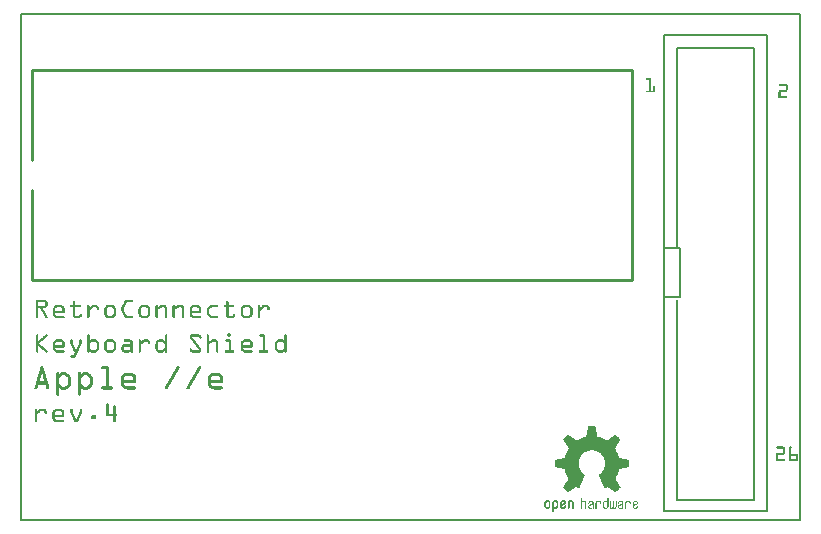
<source format=gto>
G04 MADE WITH FRITZING*
G04 WWW.FRITZING.ORG*
G04 DOUBLE SIDED*
G04 HOLES PLATED*
G04 CONTOUR ON CENTER OF CONTOUR VECTOR*
%ASAXBY*%
%FSLAX23Y23*%
%MOIN*%
%OFA0B0*%
%SFA1.0B1.0*%
%ADD10R,2.605830X1.696460X2.589830X1.680460*%
%ADD11C,0.008000*%
%ADD12R,0.354200X1.595200X0.338200X1.579200*%
%ADD13R,0.063000X0.173200X0.047000X0.157200*%
%ADD14C,0.010000*%
%ADD15R,0.001000X0.001000*%
%LNSILK1*%
G90*
G70*
G54D11*
X4Y1692D02*
X2602Y1692D01*
X2602Y4D01*
X4Y4D01*
X4Y1692D01*
D02*
X2147Y1622D02*
X2493Y1622D01*
X2493Y35D01*
X2147Y35D01*
X2147Y1622D01*
D02*
X2147Y911D02*
X2202Y911D01*
X2202Y746D01*
X2147Y746D01*
X2147Y911D01*
D02*
G54D14*
X40Y803D02*
X2040Y803D01*
D02*
X2040Y803D02*
X2040Y1503D01*
D02*
X2040Y1503D02*
X40Y1503D01*
D02*
X40Y803D02*
X40Y1103D01*
D02*
X40Y1203D02*
X40Y1503D01*
G54D11*
X2190Y911D02*
X2190Y1578D01*
X2449Y1578D01*
X2449Y71D01*
X2190Y71D01*
X2190Y738D01*
D02*
G54D15*
X2090Y1476D02*
X2105Y1476D01*
X2089Y1475D02*
X2105Y1475D01*
X2088Y1474D02*
X2105Y1474D01*
X2088Y1473D02*
X2105Y1473D01*
X2089Y1472D02*
X2105Y1472D01*
X2089Y1471D02*
X2105Y1471D01*
X2100Y1470D02*
X2105Y1470D01*
X2100Y1469D02*
X2105Y1469D01*
X2100Y1468D02*
X2105Y1468D01*
X2100Y1467D02*
X2105Y1467D01*
X2100Y1466D02*
X2105Y1466D01*
X2100Y1465D02*
X2105Y1465D01*
X2100Y1464D02*
X2105Y1464D01*
X2100Y1463D02*
X2105Y1463D01*
X2100Y1462D02*
X2105Y1462D01*
X2100Y1461D02*
X2105Y1461D01*
X2100Y1460D02*
X2105Y1460D01*
X2100Y1459D02*
X2105Y1459D01*
X2100Y1458D02*
X2105Y1458D01*
X2532Y1458D02*
X2555Y1458D01*
X2100Y1457D02*
X2105Y1457D01*
X2531Y1457D02*
X2557Y1457D01*
X2100Y1456D02*
X2105Y1456D01*
X2531Y1456D02*
X2558Y1456D01*
X2100Y1455D02*
X2105Y1455D01*
X2530Y1455D02*
X2559Y1455D01*
X2100Y1454D02*
X2105Y1454D01*
X2531Y1454D02*
X2559Y1454D01*
X2100Y1453D02*
X2105Y1453D01*
X2531Y1453D02*
X2560Y1453D01*
X2100Y1452D02*
X2105Y1452D01*
X2554Y1452D02*
X2560Y1452D01*
X2100Y1451D02*
X2105Y1451D01*
X2554Y1451D02*
X2560Y1451D01*
X2100Y1450D02*
X2105Y1450D01*
X2114Y1450D02*
X2116Y1450D01*
X2554Y1450D02*
X2560Y1450D01*
X2100Y1449D02*
X2105Y1449D01*
X2113Y1449D02*
X2117Y1449D01*
X2554Y1449D02*
X2560Y1449D01*
X2100Y1448D02*
X2105Y1448D01*
X2112Y1448D02*
X2117Y1448D01*
X2554Y1448D02*
X2560Y1448D01*
X2100Y1447D02*
X2105Y1447D01*
X2112Y1447D02*
X2118Y1447D01*
X2554Y1447D02*
X2560Y1447D01*
X2100Y1446D02*
X2105Y1446D01*
X2112Y1446D02*
X2118Y1446D01*
X2554Y1446D02*
X2560Y1446D01*
X2100Y1445D02*
X2105Y1445D01*
X2112Y1445D02*
X2118Y1445D01*
X2554Y1445D02*
X2560Y1445D01*
X2100Y1444D02*
X2105Y1444D01*
X2112Y1444D02*
X2118Y1444D01*
X2554Y1444D02*
X2560Y1444D01*
X2100Y1443D02*
X2105Y1443D01*
X2112Y1443D02*
X2118Y1443D01*
X2554Y1443D02*
X2560Y1443D01*
X2100Y1442D02*
X2105Y1442D01*
X2112Y1442D02*
X2118Y1442D01*
X2554Y1442D02*
X2560Y1442D01*
X2100Y1441D02*
X2105Y1441D01*
X2112Y1441D02*
X2118Y1441D01*
X2554Y1441D02*
X2560Y1441D01*
X2100Y1440D02*
X2105Y1440D01*
X2112Y1440D02*
X2118Y1440D01*
X2554Y1440D02*
X2560Y1440D01*
X2100Y1439D02*
X2105Y1439D01*
X2112Y1439D02*
X2118Y1439D01*
X2554Y1439D02*
X2560Y1439D01*
X2100Y1438D02*
X2105Y1438D01*
X2112Y1438D02*
X2118Y1438D01*
X2554Y1438D02*
X2560Y1438D01*
X2100Y1437D02*
X2105Y1437D01*
X2112Y1437D02*
X2118Y1437D01*
X2534Y1437D02*
X2560Y1437D01*
X2100Y1436D02*
X2105Y1436D01*
X2112Y1436D02*
X2118Y1436D01*
X2532Y1436D02*
X2559Y1436D01*
X2090Y1435D02*
X2118Y1435D01*
X2532Y1435D02*
X2559Y1435D01*
X2089Y1434D02*
X2118Y1434D01*
X2531Y1434D02*
X2558Y1434D01*
X2088Y1433D02*
X2118Y1433D01*
X2531Y1433D02*
X2557Y1433D01*
X2088Y1432D02*
X2118Y1432D01*
X2530Y1432D02*
X2556Y1432D01*
X2089Y1431D02*
X2117Y1431D01*
X2530Y1431D02*
X2536Y1431D01*
X2089Y1430D02*
X2117Y1430D01*
X2530Y1430D02*
X2536Y1430D01*
X2530Y1429D02*
X2536Y1429D01*
X2530Y1428D02*
X2536Y1428D01*
X2530Y1427D02*
X2536Y1427D01*
X2530Y1426D02*
X2536Y1426D01*
X2530Y1425D02*
X2536Y1425D01*
X2530Y1424D02*
X2536Y1424D01*
X2530Y1423D02*
X2536Y1423D01*
X2530Y1422D02*
X2536Y1422D01*
X2530Y1421D02*
X2536Y1421D01*
X2530Y1420D02*
X2536Y1420D01*
X2530Y1419D02*
X2536Y1419D01*
X2530Y1418D02*
X2536Y1418D01*
X2530Y1417D02*
X2557Y1417D01*
X2530Y1416D02*
X2559Y1416D01*
X2530Y1415D02*
X2559Y1415D01*
X2530Y1414D02*
X2560Y1414D01*
X2530Y1413D02*
X2559Y1413D01*
X2530Y1412D02*
X2559Y1412D01*
X2531Y1411D02*
X2557Y1411D01*
X55Y737D02*
X86Y737D01*
X355Y737D02*
X376Y737D01*
X55Y736D02*
X88Y736D01*
X353Y736D02*
X377Y736D01*
X55Y735D02*
X89Y735D01*
X352Y735D02*
X378Y735D01*
X55Y734D02*
X90Y734D01*
X178Y734D02*
X182Y734D01*
X351Y734D02*
X378Y734D01*
X691Y734D02*
X694Y734D01*
X55Y733D02*
X91Y733D01*
X177Y733D02*
X183Y733D01*
X350Y733D02*
X378Y733D01*
X690Y733D02*
X695Y733D01*
X55Y732D02*
X92Y732D01*
X177Y732D02*
X183Y732D01*
X350Y732D02*
X377Y732D01*
X689Y732D02*
X696Y732D01*
X55Y731D02*
X92Y731D01*
X177Y731D02*
X184Y731D01*
X349Y731D02*
X376Y731D01*
X689Y731D02*
X696Y731D01*
X55Y730D02*
X62Y730D01*
X83Y730D02*
X93Y730D01*
X177Y730D02*
X184Y730D01*
X349Y730D02*
X359Y730D01*
X689Y730D02*
X696Y730D01*
X55Y729D02*
X62Y729D01*
X85Y729D02*
X93Y729D01*
X177Y729D02*
X184Y729D01*
X348Y729D02*
X356Y729D01*
X689Y729D02*
X696Y729D01*
X55Y728D02*
X62Y728D01*
X86Y728D02*
X93Y728D01*
X177Y728D02*
X184Y728D01*
X348Y728D02*
X356Y728D01*
X689Y728D02*
X696Y728D01*
X55Y727D02*
X62Y727D01*
X86Y727D02*
X93Y727D01*
X177Y727D02*
X184Y727D01*
X347Y727D02*
X355Y727D01*
X689Y727D02*
X696Y727D01*
X55Y726D02*
X62Y726D01*
X86Y726D02*
X93Y726D01*
X177Y726D02*
X184Y726D01*
X347Y726D02*
X355Y726D01*
X689Y726D02*
X696Y726D01*
X55Y725D02*
X62Y725D01*
X86Y725D02*
X93Y725D01*
X177Y725D02*
X184Y725D01*
X346Y725D02*
X354Y725D01*
X689Y725D02*
X696Y725D01*
X55Y724D02*
X62Y724D01*
X86Y724D02*
X93Y724D01*
X177Y724D02*
X184Y724D01*
X346Y724D02*
X354Y724D01*
X689Y724D02*
X696Y724D01*
X55Y723D02*
X62Y723D01*
X86Y723D02*
X93Y723D01*
X177Y723D02*
X184Y723D01*
X345Y723D02*
X353Y723D01*
X689Y723D02*
X696Y723D01*
X55Y722D02*
X62Y722D01*
X86Y722D02*
X93Y722D01*
X177Y722D02*
X184Y722D01*
X345Y722D02*
X353Y722D01*
X689Y722D02*
X696Y722D01*
X55Y721D02*
X62Y721D01*
X86Y721D02*
X93Y721D01*
X124Y721D02*
X138Y721D01*
X171Y721D02*
X201Y721D01*
X228Y721D02*
X230Y721D01*
X244Y721D02*
X255Y721D01*
X295Y721D02*
X309Y721D01*
X344Y721D02*
X352Y721D01*
X408Y721D02*
X423Y721D01*
X456Y721D02*
X458Y721D01*
X473Y721D02*
X481Y721D01*
X513Y721D02*
X515Y721D01*
X530Y721D02*
X538Y721D01*
X579Y721D02*
X593Y721D01*
X640Y721D02*
X660Y721D01*
X683Y721D02*
X713Y721D01*
X750Y721D02*
X764Y721D01*
X797Y721D02*
X799Y721D01*
X813Y721D02*
X824Y721D01*
X55Y720D02*
X62Y720D01*
X86Y720D02*
X93Y720D01*
X121Y720D02*
X141Y720D01*
X170Y720D02*
X202Y720D01*
X227Y720D02*
X232Y720D01*
X242Y720D02*
X257Y720D01*
X292Y720D02*
X311Y720D01*
X344Y720D02*
X352Y720D01*
X406Y720D02*
X425Y720D01*
X454Y720D02*
X459Y720D01*
X470Y720D02*
X484Y720D01*
X511Y720D02*
X516Y720D01*
X527Y720D02*
X541Y720D01*
X576Y720D02*
X596Y720D01*
X637Y720D02*
X661Y720D01*
X682Y720D02*
X714Y720D01*
X747Y720D02*
X767Y720D01*
X796Y720D02*
X801Y720D01*
X811Y720D02*
X827Y720D01*
X55Y719D02*
X62Y719D01*
X85Y719D02*
X93Y719D01*
X120Y719D02*
X142Y719D01*
X169Y719D02*
X203Y719D01*
X226Y719D02*
X232Y719D01*
X241Y719D02*
X259Y719D01*
X290Y719D02*
X313Y719D01*
X343Y719D02*
X351Y719D01*
X404Y719D02*
X427Y719D01*
X454Y719D02*
X460Y719D01*
X468Y719D02*
X486Y719D01*
X511Y719D02*
X517Y719D01*
X525Y719D02*
X543Y719D01*
X575Y719D02*
X598Y719D01*
X635Y719D02*
X662Y719D01*
X681Y719D02*
X715Y719D01*
X746Y719D02*
X768Y719D01*
X795Y719D02*
X801Y719D01*
X810Y719D02*
X828Y719D01*
X55Y718D02*
X62Y718D01*
X83Y718D02*
X93Y718D01*
X118Y718D02*
X144Y718D01*
X169Y718D02*
X203Y718D01*
X226Y718D02*
X233Y718D01*
X240Y718D02*
X260Y718D01*
X289Y718D02*
X314Y718D01*
X343Y718D02*
X351Y718D01*
X403Y718D02*
X428Y718D01*
X453Y718D02*
X460Y718D01*
X467Y718D02*
X487Y718D01*
X510Y718D02*
X517Y718D01*
X524Y718D02*
X544Y718D01*
X574Y718D02*
X599Y718D01*
X634Y718D02*
X662Y718D01*
X681Y718D02*
X715Y718D01*
X744Y718D02*
X770Y718D01*
X795Y718D02*
X802Y718D01*
X809Y718D02*
X829Y718D01*
X55Y717D02*
X92Y717D01*
X117Y717D02*
X145Y717D01*
X169Y717D02*
X203Y717D01*
X226Y717D02*
X233Y717D01*
X239Y717D02*
X261Y717D01*
X288Y717D02*
X316Y717D01*
X342Y717D02*
X350Y717D01*
X402Y717D02*
X429Y717D01*
X453Y717D02*
X460Y717D01*
X465Y717D02*
X488Y717D01*
X510Y717D02*
X517Y717D01*
X522Y717D02*
X545Y717D01*
X572Y717D02*
X600Y717D01*
X633Y717D02*
X662Y717D01*
X681Y717D02*
X715Y717D01*
X743Y717D02*
X771Y717D01*
X795Y717D02*
X802Y717D01*
X808Y717D02*
X830Y717D01*
X55Y716D02*
X92Y716D01*
X116Y716D02*
X146Y716D01*
X169Y716D02*
X203Y716D01*
X226Y716D02*
X233Y716D01*
X238Y716D02*
X262Y716D01*
X287Y716D02*
X317Y716D01*
X342Y716D02*
X350Y716D01*
X401Y716D02*
X431Y716D01*
X453Y716D02*
X460Y716D01*
X464Y716D02*
X489Y716D01*
X510Y716D02*
X517Y716D01*
X520Y716D02*
X546Y716D01*
X571Y716D02*
X601Y716D01*
X632Y716D02*
X662Y716D01*
X681Y716D02*
X715Y716D01*
X742Y716D02*
X772Y716D01*
X795Y716D02*
X802Y716D01*
X807Y716D02*
X831Y716D01*
X55Y715D02*
X91Y715D01*
X115Y715D02*
X147Y715D01*
X170Y715D02*
X202Y715D01*
X226Y715D02*
X233Y715D01*
X236Y715D02*
X263Y715D01*
X286Y715D02*
X318Y715D01*
X341Y715D02*
X349Y715D01*
X400Y715D02*
X432Y715D01*
X453Y715D02*
X489Y715D01*
X510Y715D02*
X546Y715D01*
X570Y715D02*
X602Y715D01*
X631Y715D02*
X662Y715D01*
X682Y715D02*
X714Y715D01*
X741Y715D02*
X773Y715D01*
X795Y715D02*
X802Y715D01*
X806Y715D02*
X832Y715D01*
X55Y714D02*
X90Y714D01*
X114Y714D02*
X148Y714D01*
X171Y714D02*
X201Y714D01*
X226Y714D02*
X233Y714D01*
X235Y714D02*
X263Y714D01*
X285Y714D02*
X319Y714D01*
X341Y714D02*
X349Y714D01*
X399Y714D02*
X432Y714D01*
X453Y714D02*
X490Y714D01*
X510Y714D02*
X547Y714D01*
X570Y714D02*
X603Y714D01*
X630Y714D02*
X660Y714D01*
X683Y714D02*
X713Y714D01*
X740Y714D02*
X774Y714D01*
X795Y714D02*
X802Y714D01*
X804Y714D02*
X832Y714D01*
X55Y713D02*
X89Y713D01*
X114Y713D02*
X124Y713D01*
X138Y713D02*
X149Y713D01*
X177Y713D02*
X184Y713D01*
X226Y713D02*
X245Y713D01*
X255Y713D02*
X263Y713D01*
X284Y713D02*
X295Y713D01*
X309Y713D02*
X319Y713D01*
X340Y713D02*
X348Y713D01*
X398Y713D02*
X408Y713D01*
X423Y713D02*
X433Y713D01*
X453Y713D02*
X473Y713D01*
X481Y713D02*
X490Y713D01*
X510Y713D02*
X530Y713D01*
X538Y713D02*
X547Y713D01*
X569Y713D02*
X579Y713D01*
X593Y713D02*
X604Y713D01*
X629Y713D02*
X640Y713D01*
X689Y713D02*
X696Y713D01*
X740Y713D02*
X750Y713D01*
X764Y713D02*
X775Y713D01*
X795Y713D02*
X814Y713D01*
X824Y713D02*
X833Y713D01*
X55Y712D02*
X88Y712D01*
X113Y712D02*
X122Y712D01*
X140Y712D02*
X149Y712D01*
X177Y712D02*
X184Y712D01*
X226Y712D02*
X244Y712D01*
X256Y712D02*
X264Y712D01*
X284Y712D02*
X293Y712D01*
X311Y712D02*
X320Y712D01*
X340Y712D02*
X348Y712D01*
X398Y712D02*
X407Y712D01*
X424Y712D02*
X434Y712D01*
X453Y712D02*
X471Y712D01*
X483Y712D02*
X490Y712D01*
X510Y712D02*
X528Y712D01*
X539Y712D02*
X547Y712D01*
X568Y712D02*
X578Y712D01*
X595Y712D02*
X604Y712D01*
X627Y712D02*
X639Y712D01*
X689Y712D02*
X696Y712D01*
X739Y712D02*
X748Y712D01*
X766Y712D02*
X775Y712D01*
X795Y712D02*
X813Y712D01*
X825Y712D02*
X833Y712D01*
X55Y711D02*
X86Y711D01*
X113Y711D02*
X121Y711D01*
X141Y711D02*
X149Y711D01*
X177Y711D02*
X184Y711D01*
X226Y711D02*
X243Y711D01*
X257Y711D02*
X264Y711D01*
X283Y711D02*
X292Y711D01*
X312Y711D02*
X320Y711D01*
X340Y711D02*
X347Y711D01*
X397Y711D02*
X406Y711D01*
X426Y711D02*
X434Y711D01*
X453Y711D02*
X470Y711D01*
X483Y711D02*
X490Y711D01*
X510Y711D02*
X526Y711D01*
X540Y711D02*
X547Y711D01*
X568Y711D02*
X577Y711D01*
X596Y711D02*
X605Y711D01*
X627Y711D02*
X638Y711D01*
X689Y711D02*
X696Y711D01*
X739Y711D02*
X747Y711D01*
X767Y711D02*
X775Y711D01*
X795Y711D02*
X812Y711D01*
X826Y711D02*
X833Y711D01*
X55Y710D02*
X82Y710D01*
X112Y710D02*
X120Y710D01*
X142Y710D02*
X150Y710D01*
X177Y710D02*
X184Y710D01*
X226Y710D02*
X242Y710D01*
X257Y710D02*
X264Y710D01*
X283Y710D02*
X291Y710D01*
X313Y710D02*
X320Y710D01*
X340Y710D02*
X347Y710D01*
X397Y710D02*
X405Y710D01*
X426Y710D02*
X434Y710D01*
X453Y710D02*
X468Y710D01*
X484Y710D02*
X491Y710D01*
X510Y710D02*
X525Y710D01*
X540Y710D02*
X547Y710D01*
X568Y710D02*
X576Y710D01*
X597Y710D02*
X605Y710D01*
X626Y710D02*
X636Y710D01*
X689Y710D02*
X696Y710D01*
X738Y710D02*
X746Y710D01*
X768Y710D02*
X776Y710D01*
X795Y710D02*
X811Y710D01*
X826Y710D02*
X833Y710D01*
X55Y709D02*
X62Y709D01*
X69Y709D02*
X77Y709D01*
X112Y709D02*
X119Y709D01*
X143Y709D02*
X150Y709D01*
X177Y709D02*
X184Y709D01*
X226Y709D02*
X241Y709D01*
X257Y709D02*
X264Y709D01*
X283Y709D02*
X290Y709D01*
X313Y709D02*
X321Y709D01*
X340Y709D02*
X347Y709D01*
X397Y709D02*
X404Y709D01*
X427Y709D02*
X435Y709D01*
X453Y709D02*
X466Y709D01*
X484Y709D02*
X491Y709D01*
X510Y709D02*
X523Y709D01*
X541Y709D02*
X547Y709D01*
X567Y709D02*
X575Y709D01*
X598Y709D02*
X605Y709D01*
X625Y709D02*
X635Y709D01*
X689Y709D02*
X696Y709D01*
X738Y709D02*
X745Y709D01*
X769Y709D02*
X776Y709D01*
X795Y709D02*
X810Y709D01*
X826Y709D02*
X833Y709D01*
X55Y708D02*
X62Y708D01*
X70Y708D02*
X78Y708D01*
X112Y708D02*
X119Y708D01*
X143Y708D02*
X150Y708D01*
X177Y708D02*
X184Y708D01*
X226Y708D02*
X240Y708D01*
X257Y708D02*
X264Y708D01*
X283Y708D02*
X290Y708D01*
X314Y708D02*
X321Y708D01*
X340Y708D02*
X347Y708D01*
X396Y708D02*
X404Y708D01*
X428Y708D02*
X435Y708D01*
X453Y708D02*
X465Y708D01*
X484Y708D02*
X491Y708D01*
X510Y708D02*
X522Y708D01*
X541Y708D02*
X548Y708D01*
X567Y708D02*
X574Y708D01*
X598Y708D02*
X605Y708D01*
X625Y708D02*
X634Y708D01*
X689Y708D02*
X696Y708D01*
X738Y708D02*
X745Y708D01*
X769Y708D02*
X776Y708D01*
X795Y708D02*
X809Y708D01*
X826Y708D02*
X833Y708D01*
X55Y707D02*
X62Y707D01*
X70Y707D02*
X78Y707D01*
X112Y707D02*
X119Y707D01*
X143Y707D02*
X150Y707D01*
X177Y707D02*
X184Y707D01*
X226Y707D02*
X238Y707D01*
X257Y707D02*
X264Y707D01*
X283Y707D02*
X290Y707D01*
X314Y707D02*
X321Y707D01*
X340Y707D02*
X347Y707D01*
X396Y707D02*
X403Y707D01*
X428Y707D02*
X435Y707D01*
X453Y707D02*
X463Y707D01*
X484Y707D02*
X491Y707D01*
X510Y707D02*
X520Y707D01*
X541Y707D02*
X548Y707D01*
X567Y707D02*
X574Y707D01*
X598Y707D02*
X605Y707D01*
X625Y707D02*
X633Y707D01*
X689Y707D02*
X696Y707D01*
X738Y707D02*
X745Y707D01*
X769Y707D02*
X776Y707D01*
X795Y707D02*
X807Y707D01*
X826Y707D02*
X833Y707D01*
X55Y706D02*
X62Y706D01*
X71Y706D02*
X79Y706D01*
X112Y706D02*
X119Y706D01*
X143Y706D02*
X150Y706D01*
X177Y706D02*
X184Y706D01*
X226Y706D02*
X237Y706D01*
X257Y706D02*
X264Y706D01*
X283Y706D02*
X290Y706D01*
X314Y706D02*
X321Y706D01*
X340Y706D02*
X347Y706D01*
X396Y706D02*
X403Y706D01*
X428Y706D02*
X435Y706D01*
X453Y706D02*
X462Y706D01*
X484Y706D02*
X491Y706D01*
X510Y706D02*
X519Y706D01*
X541Y706D02*
X548Y706D01*
X567Y706D02*
X574Y706D01*
X598Y706D02*
X605Y706D01*
X624Y706D02*
X632Y706D01*
X689Y706D02*
X696Y706D01*
X738Y706D02*
X745Y706D01*
X769Y706D02*
X776Y706D01*
X795Y706D02*
X806Y706D01*
X826Y706D02*
X833Y706D01*
X55Y705D02*
X62Y705D01*
X71Y705D02*
X80Y705D01*
X112Y705D02*
X119Y705D01*
X143Y705D02*
X150Y705D01*
X177Y705D02*
X184Y705D01*
X226Y705D02*
X236Y705D01*
X258Y705D02*
X263Y705D01*
X283Y705D02*
X290Y705D01*
X314Y705D02*
X321Y705D01*
X340Y705D02*
X347Y705D01*
X396Y705D02*
X403Y705D01*
X428Y705D02*
X435Y705D01*
X453Y705D02*
X460Y705D01*
X484Y705D02*
X491Y705D01*
X510Y705D02*
X517Y705D01*
X541Y705D02*
X548Y705D01*
X567Y705D02*
X574Y705D01*
X598Y705D02*
X605Y705D01*
X624Y705D02*
X631Y705D01*
X689Y705D02*
X696Y705D01*
X738Y705D02*
X745Y705D01*
X769Y705D02*
X776Y705D01*
X795Y705D02*
X805Y705D01*
X827Y705D02*
X832Y705D01*
X55Y704D02*
X62Y704D01*
X72Y704D02*
X80Y704D01*
X112Y704D02*
X119Y704D01*
X143Y704D02*
X150Y704D01*
X177Y704D02*
X184Y704D01*
X226Y704D02*
X235Y704D01*
X259Y704D02*
X262Y704D01*
X283Y704D02*
X290Y704D01*
X314Y704D02*
X321Y704D01*
X340Y704D02*
X347Y704D01*
X396Y704D02*
X403Y704D01*
X428Y704D02*
X435Y704D01*
X453Y704D02*
X460Y704D01*
X484Y704D02*
X491Y704D01*
X510Y704D02*
X517Y704D01*
X541Y704D02*
X548Y704D01*
X567Y704D02*
X574Y704D01*
X598Y704D02*
X605Y704D01*
X624Y704D02*
X631Y704D01*
X689Y704D02*
X696Y704D01*
X738Y704D02*
X745Y704D01*
X769Y704D02*
X776Y704D01*
X795Y704D02*
X804Y704D01*
X828Y704D02*
X831Y704D01*
X55Y703D02*
X62Y703D01*
X72Y703D02*
X81Y703D01*
X112Y703D02*
X119Y703D01*
X143Y703D02*
X150Y703D01*
X177Y703D02*
X184Y703D01*
X226Y703D02*
X234Y703D01*
X283Y703D02*
X290Y703D01*
X314Y703D02*
X321Y703D01*
X340Y703D02*
X347Y703D01*
X396Y703D02*
X403Y703D01*
X428Y703D02*
X435Y703D01*
X453Y703D02*
X460Y703D01*
X484Y703D02*
X491Y703D01*
X510Y703D02*
X517Y703D01*
X541Y703D02*
X548Y703D01*
X567Y703D02*
X574Y703D01*
X598Y703D02*
X605Y703D01*
X624Y703D02*
X631Y703D01*
X689Y703D02*
X696Y703D01*
X738Y703D02*
X745Y703D01*
X769Y703D02*
X776Y703D01*
X795Y703D02*
X803Y703D01*
X55Y702D02*
X62Y702D01*
X73Y702D02*
X81Y702D01*
X112Y702D02*
X119Y702D01*
X143Y702D02*
X150Y702D01*
X177Y702D02*
X184Y702D01*
X226Y702D02*
X233Y702D01*
X283Y702D02*
X290Y702D01*
X314Y702D02*
X321Y702D01*
X340Y702D02*
X348Y702D01*
X396Y702D02*
X403Y702D01*
X428Y702D02*
X435Y702D01*
X453Y702D02*
X460Y702D01*
X484Y702D02*
X491Y702D01*
X510Y702D02*
X517Y702D01*
X541Y702D02*
X548Y702D01*
X567Y702D02*
X574Y702D01*
X598Y702D02*
X605Y702D01*
X624Y702D02*
X631Y702D01*
X689Y702D02*
X696Y702D01*
X738Y702D02*
X745Y702D01*
X769Y702D02*
X776Y702D01*
X795Y702D02*
X802Y702D01*
X55Y701D02*
X62Y701D01*
X74Y701D02*
X82Y701D01*
X112Y701D02*
X150Y701D01*
X177Y701D02*
X184Y701D01*
X226Y701D02*
X233Y701D01*
X283Y701D02*
X290Y701D01*
X314Y701D02*
X321Y701D01*
X341Y701D02*
X348Y701D01*
X396Y701D02*
X403Y701D01*
X428Y701D02*
X435Y701D01*
X453Y701D02*
X460Y701D01*
X484Y701D02*
X491Y701D01*
X510Y701D02*
X517Y701D01*
X541Y701D02*
X548Y701D01*
X567Y701D02*
X605Y701D01*
X624Y701D02*
X631Y701D01*
X689Y701D02*
X696Y701D01*
X738Y701D02*
X745Y701D01*
X769Y701D02*
X776Y701D01*
X795Y701D02*
X802Y701D01*
X55Y700D02*
X62Y700D01*
X74Y700D02*
X82Y700D01*
X112Y700D02*
X150Y700D01*
X177Y700D02*
X184Y700D01*
X226Y700D02*
X233Y700D01*
X283Y700D02*
X290Y700D01*
X314Y700D02*
X321Y700D01*
X341Y700D02*
X349Y700D01*
X396Y700D02*
X403Y700D01*
X428Y700D02*
X435Y700D01*
X453Y700D02*
X460Y700D01*
X484Y700D02*
X491Y700D01*
X510Y700D02*
X517Y700D01*
X541Y700D02*
X548Y700D01*
X567Y700D02*
X605Y700D01*
X624Y700D02*
X631Y700D01*
X689Y700D02*
X696Y700D01*
X738Y700D02*
X745Y700D01*
X769Y700D02*
X776Y700D01*
X795Y700D02*
X802Y700D01*
X55Y699D02*
X62Y699D01*
X75Y699D02*
X83Y699D01*
X112Y699D02*
X150Y699D01*
X177Y699D02*
X184Y699D01*
X226Y699D02*
X233Y699D01*
X283Y699D02*
X290Y699D01*
X314Y699D02*
X321Y699D01*
X342Y699D02*
X349Y699D01*
X396Y699D02*
X403Y699D01*
X428Y699D02*
X435Y699D01*
X453Y699D02*
X460Y699D01*
X484Y699D02*
X491Y699D01*
X510Y699D02*
X517Y699D01*
X541Y699D02*
X548Y699D01*
X567Y699D02*
X605Y699D01*
X624Y699D02*
X631Y699D01*
X689Y699D02*
X696Y699D01*
X738Y699D02*
X745Y699D01*
X769Y699D02*
X776Y699D01*
X795Y699D02*
X802Y699D01*
X55Y698D02*
X62Y698D01*
X75Y698D02*
X84Y698D01*
X112Y698D02*
X150Y698D01*
X177Y698D02*
X184Y698D01*
X226Y698D02*
X233Y698D01*
X283Y698D02*
X290Y698D01*
X314Y698D02*
X321Y698D01*
X342Y698D02*
X350Y698D01*
X396Y698D02*
X403Y698D01*
X428Y698D02*
X435Y698D01*
X453Y698D02*
X460Y698D01*
X484Y698D02*
X491Y698D01*
X510Y698D02*
X517Y698D01*
X541Y698D02*
X548Y698D01*
X567Y698D02*
X605Y698D01*
X624Y698D02*
X631Y698D01*
X689Y698D02*
X696Y698D01*
X738Y698D02*
X745Y698D01*
X769Y698D02*
X776Y698D01*
X795Y698D02*
X802Y698D01*
X55Y697D02*
X62Y697D01*
X76Y697D02*
X84Y697D01*
X112Y697D02*
X150Y697D01*
X177Y697D02*
X184Y697D01*
X226Y697D02*
X233Y697D01*
X283Y697D02*
X290Y697D01*
X314Y697D02*
X321Y697D01*
X342Y697D02*
X350Y697D01*
X396Y697D02*
X403Y697D01*
X428Y697D02*
X435Y697D01*
X453Y697D02*
X460Y697D01*
X484Y697D02*
X491Y697D01*
X510Y697D02*
X517Y697D01*
X541Y697D02*
X548Y697D01*
X567Y697D02*
X605Y697D01*
X624Y697D02*
X631Y697D01*
X689Y697D02*
X696Y697D01*
X738Y697D02*
X745Y697D01*
X769Y697D02*
X776Y697D01*
X795Y697D02*
X802Y697D01*
X55Y696D02*
X62Y696D01*
X77Y696D02*
X85Y696D01*
X112Y696D02*
X150Y696D01*
X177Y696D02*
X184Y696D01*
X226Y696D02*
X233Y696D01*
X283Y696D02*
X290Y696D01*
X314Y696D02*
X321Y696D01*
X343Y696D02*
X351Y696D01*
X396Y696D02*
X403Y696D01*
X428Y696D02*
X435Y696D01*
X453Y696D02*
X460Y696D01*
X484Y696D02*
X491Y696D01*
X510Y696D02*
X517Y696D01*
X541Y696D02*
X548Y696D01*
X567Y696D02*
X605Y696D01*
X624Y696D02*
X631Y696D01*
X689Y696D02*
X696Y696D01*
X738Y696D02*
X745Y696D01*
X769Y696D02*
X776Y696D01*
X795Y696D02*
X802Y696D01*
X55Y695D02*
X62Y695D01*
X77Y695D02*
X85Y695D01*
X112Y695D02*
X149Y695D01*
X177Y695D02*
X184Y695D01*
X226Y695D02*
X233Y695D01*
X283Y695D02*
X290Y695D01*
X314Y695D02*
X321Y695D01*
X343Y695D02*
X351Y695D01*
X396Y695D02*
X403Y695D01*
X428Y695D02*
X435Y695D01*
X453Y695D02*
X460Y695D01*
X484Y695D02*
X491Y695D01*
X510Y695D02*
X517Y695D01*
X541Y695D02*
X548Y695D01*
X567Y695D02*
X605Y695D01*
X624Y695D02*
X631Y695D01*
X689Y695D02*
X696Y695D01*
X738Y695D02*
X745Y695D01*
X769Y695D02*
X776Y695D01*
X795Y695D02*
X802Y695D01*
X55Y694D02*
X62Y694D01*
X78Y694D02*
X86Y694D01*
X112Y694D02*
X148Y694D01*
X177Y694D02*
X184Y694D01*
X226Y694D02*
X233Y694D01*
X283Y694D02*
X290Y694D01*
X314Y694D02*
X321Y694D01*
X344Y694D02*
X352Y694D01*
X396Y694D02*
X403Y694D01*
X428Y694D02*
X435Y694D01*
X453Y694D02*
X460Y694D01*
X484Y694D02*
X491Y694D01*
X510Y694D02*
X517Y694D01*
X541Y694D02*
X548Y694D01*
X567Y694D02*
X604Y694D01*
X624Y694D02*
X631Y694D01*
X689Y694D02*
X696Y694D01*
X738Y694D02*
X745Y694D01*
X769Y694D02*
X776Y694D01*
X795Y694D02*
X802Y694D01*
X55Y693D02*
X62Y693D01*
X78Y693D02*
X87Y693D01*
X112Y693D02*
X119Y693D01*
X177Y693D02*
X184Y693D01*
X226Y693D02*
X233Y693D01*
X283Y693D02*
X290Y693D01*
X314Y693D02*
X321Y693D01*
X344Y693D02*
X352Y693D01*
X396Y693D02*
X403Y693D01*
X428Y693D02*
X435Y693D01*
X453Y693D02*
X460Y693D01*
X484Y693D02*
X491Y693D01*
X510Y693D02*
X517Y693D01*
X541Y693D02*
X548Y693D01*
X567Y693D02*
X574Y693D01*
X624Y693D02*
X631Y693D01*
X689Y693D02*
X696Y693D01*
X738Y693D02*
X745Y693D01*
X769Y693D02*
X776Y693D01*
X795Y693D02*
X802Y693D01*
X55Y692D02*
X62Y692D01*
X79Y692D02*
X87Y692D01*
X112Y692D02*
X119Y692D01*
X177Y692D02*
X184Y692D01*
X226Y692D02*
X233Y692D01*
X283Y692D02*
X290Y692D01*
X314Y692D02*
X321Y692D01*
X345Y692D02*
X353Y692D01*
X396Y692D02*
X403Y692D01*
X428Y692D02*
X435Y692D01*
X453Y692D02*
X460Y692D01*
X484Y692D02*
X491Y692D01*
X510Y692D02*
X517Y692D01*
X541Y692D02*
X548Y692D01*
X567Y692D02*
X574Y692D01*
X624Y692D02*
X632Y692D01*
X689Y692D02*
X696Y692D01*
X738Y692D02*
X745Y692D01*
X769Y692D02*
X776Y692D01*
X795Y692D02*
X802Y692D01*
X55Y691D02*
X62Y691D01*
X79Y691D02*
X88Y691D01*
X112Y691D02*
X119Y691D01*
X177Y691D02*
X184Y691D01*
X203Y691D02*
X204Y691D01*
X226Y691D02*
X233Y691D01*
X283Y691D02*
X290Y691D01*
X314Y691D02*
X321Y691D01*
X345Y691D02*
X353Y691D01*
X396Y691D02*
X403Y691D01*
X428Y691D02*
X435Y691D01*
X453Y691D02*
X460Y691D01*
X484Y691D02*
X491Y691D01*
X510Y691D02*
X517Y691D01*
X541Y691D02*
X548Y691D01*
X567Y691D02*
X574Y691D01*
X624Y691D02*
X633Y691D01*
X689Y691D02*
X696Y691D01*
X715Y691D02*
X717Y691D01*
X738Y691D02*
X745Y691D01*
X769Y691D02*
X776Y691D01*
X795Y691D02*
X802Y691D01*
X55Y690D02*
X62Y690D01*
X80Y690D02*
X88Y690D01*
X112Y690D02*
X119Y690D01*
X177Y690D02*
X184Y690D01*
X201Y690D02*
X206Y690D01*
X226Y690D02*
X233Y690D01*
X283Y690D02*
X290Y690D01*
X314Y690D02*
X321Y690D01*
X346Y690D02*
X354Y690D01*
X396Y690D02*
X404Y690D01*
X428Y690D02*
X435Y690D01*
X453Y690D02*
X460Y690D01*
X484Y690D02*
X491Y690D01*
X510Y690D02*
X517Y690D01*
X541Y690D02*
X548Y690D01*
X567Y690D02*
X574Y690D01*
X625Y690D02*
X634Y690D01*
X689Y690D02*
X696Y690D01*
X714Y690D02*
X718Y690D01*
X738Y690D02*
X745Y690D01*
X769Y690D02*
X776Y690D01*
X795Y690D02*
X802Y690D01*
X55Y689D02*
X62Y689D01*
X81Y689D02*
X89Y689D01*
X112Y689D02*
X119Y689D01*
X177Y689D02*
X184Y689D01*
X201Y689D02*
X207Y689D01*
X226Y689D02*
X233Y689D01*
X283Y689D02*
X290Y689D01*
X313Y689D02*
X321Y689D01*
X346Y689D02*
X354Y689D01*
X397Y689D02*
X404Y689D01*
X427Y689D02*
X435Y689D01*
X453Y689D02*
X460Y689D01*
X484Y689D02*
X491Y689D01*
X510Y689D02*
X517Y689D01*
X541Y689D02*
X548Y689D01*
X567Y689D02*
X575Y689D01*
X625Y689D02*
X635Y689D01*
X689Y689D02*
X696Y689D01*
X713Y689D02*
X719Y689D01*
X738Y689D02*
X745Y689D01*
X769Y689D02*
X776Y689D01*
X795Y689D02*
X802Y689D01*
X55Y688D02*
X62Y688D01*
X81Y688D02*
X89Y688D01*
X112Y688D02*
X120Y688D01*
X177Y688D02*
X184Y688D01*
X200Y688D02*
X207Y688D01*
X226Y688D02*
X233Y688D01*
X283Y688D02*
X291Y688D01*
X313Y688D02*
X321Y688D01*
X347Y688D02*
X355Y688D01*
X397Y688D02*
X405Y688D01*
X426Y688D02*
X434Y688D01*
X453Y688D02*
X460Y688D01*
X484Y688D02*
X491Y688D01*
X510Y688D02*
X517Y688D01*
X541Y688D02*
X548Y688D01*
X567Y688D02*
X575Y688D01*
X626Y688D02*
X636Y688D01*
X689Y688D02*
X696Y688D01*
X712Y688D02*
X719Y688D01*
X738Y688D02*
X746Y688D01*
X768Y688D02*
X776Y688D01*
X795Y688D02*
X802Y688D01*
X55Y687D02*
X62Y687D01*
X82Y687D02*
X90Y687D01*
X112Y687D02*
X121Y687D01*
X177Y687D02*
X184Y687D01*
X200Y687D02*
X207Y687D01*
X226Y687D02*
X233Y687D01*
X283Y687D02*
X292Y687D01*
X311Y687D02*
X320Y687D01*
X347Y687D02*
X356Y687D01*
X397Y687D02*
X406Y687D01*
X425Y687D02*
X434Y687D01*
X453Y687D02*
X460Y687D01*
X484Y687D02*
X491Y687D01*
X510Y687D02*
X517Y687D01*
X541Y687D02*
X548Y687D01*
X568Y687D02*
X576Y687D01*
X627Y687D02*
X637Y687D01*
X689Y687D02*
X696Y687D01*
X712Y687D02*
X719Y687D01*
X738Y687D02*
X747Y687D01*
X767Y687D02*
X776Y687D01*
X795Y687D02*
X802Y687D01*
X55Y686D02*
X62Y686D01*
X82Y686D02*
X91Y686D01*
X113Y686D02*
X122Y686D01*
X177Y686D02*
X184Y686D01*
X199Y686D02*
X207Y686D01*
X226Y686D02*
X233Y686D01*
X284Y686D02*
X293Y686D01*
X310Y686D02*
X320Y686D01*
X348Y686D02*
X356Y686D01*
X397Y686D02*
X407Y686D01*
X424Y686D02*
X434Y686D01*
X453Y686D02*
X460Y686D01*
X484Y686D02*
X491Y686D01*
X510Y686D02*
X517Y686D01*
X541Y686D02*
X548Y686D01*
X568Y686D02*
X578Y686D01*
X627Y686D02*
X639Y686D01*
X689Y686D02*
X697Y686D01*
X711Y686D02*
X719Y686D01*
X739Y686D02*
X748Y686D01*
X766Y686D02*
X775Y686D01*
X795Y686D02*
X802Y686D01*
X55Y685D02*
X62Y685D01*
X83Y685D02*
X91Y685D01*
X113Y685D02*
X124Y685D01*
X177Y685D02*
X186Y685D01*
X198Y685D02*
X207Y685D01*
X226Y685D02*
X233Y685D01*
X284Y685D02*
X295Y685D01*
X309Y685D02*
X319Y685D01*
X349Y685D02*
X357Y685D01*
X398Y685D02*
X408Y685D01*
X423Y685D02*
X433Y685D01*
X453Y685D02*
X460Y685D01*
X484Y685D02*
X491Y685D01*
X510Y685D02*
X517Y685D01*
X541Y685D02*
X548Y685D01*
X569Y685D02*
X579Y685D01*
X628Y685D02*
X640Y685D01*
X689Y685D02*
X698Y685D01*
X710Y685D02*
X719Y685D01*
X739Y685D02*
X750Y685D01*
X764Y685D02*
X775Y685D01*
X795Y685D02*
X802Y685D01*
X55Y684D02*
X62Y684D01*
X84Y684D02*
X92Y684D01*
X114Y684D02*
X148Y684D01*
X177Y684D02*
X206Y684D01*
X226Y684D02*
X233Y684D01*
X285Y684D02*
X319Y684D01*
X349Y684D02*
X376Y684D01*
X399Y684D02*
X432Y684D01*
X453Y684D02*
X460Y684D01*
X484Y684D02*
X491Y684D01*
X510Y684D02*
X517Y684D01*
X541Y684D02*
X548Y684D01*
X569Y684D02*
X603Y684D01*
X630Y684D02*
X660Y684D01*
X690Y684D02*
X718Y684D01*
X740Y684D02*
X774Y684D01*
X795Y684D02*
X802Y684D01*
X55Y683D02*
X62Y683D01*
X84Y683D02*
X92Y683D01*
X115Y683D02*
X149Y683D01*
X178Y683D02*
X206Y683D01*
X226Y683D02*
X233Y683D01*
X286Y683D02*
X318Y683D01*
X350Y683D02*
X377Y683D01*
X399Y683D02*
X431Y683D01*
X453Y683D02*
X460Y683D01*
X485Y683D02*
X491Y683D01*
X510Y683D02*
X517Y683D01*
X541Y683D02*
X548Y683D01*
X570Y683D02*
X605Y683D01*
X631Y683D02*
X661Y683D01*
X690Y683D02*
X718Y683D01*
X741Y683D02*
X773Y683D01*
X795Y683D02*
X802Y683D01*
X55Y682D02*
X62Y682D01*
X85Y682D02*
X93Y682D01*
X116Y682D02*
X150Y682D01*
X179Y682D02*
X205Y682D01*
X226Y682D02*
X233Y682D01*
X287Y682D02*
X317Y682D01*
X350Y682D02*
X377Y682D01*
X400Y682D02*
X430Y682D01*
X453Y682D02*
X460Y682D01*
X485Y682D02*
X491Y682D01*
X510Y682D02*
X517Y682D01*
X541Y682D02*
X548Y682D01*
X571Y682D02*
X605Y682D01*
X632Y682D02*
X662Y682D01*
X691Y682D02*
X717Y682D01*
X742Y682D02*
X772Y682D01*
X795Y682D02*
X802Y682D01*
X55Y681D02*
X62Y681D01*
X85Y681D02*
X93Y681D01*
X117Y681D02*
X150Y681D01*
X179Y681D02*
X204Y681D01*
X226Y681D02*
X233Y681D01*
X288Y681D02*
X316Y681D01*
X351Y681D02*
X378Y681D01*
X402Y681D02*
X429Y681D01*
X453Y681D02*
X460Y681D01*
X485Y681D02*
X491Y681D01*
X510Y681D02*
X517Y681D01*
X542Y681D02*
X548Y681D01*
X572Y681D02*
X605Y681D01*
X633Y681D02*
X662Y681D01*
X691Y681D02*
X717Y681D01*
X743Y681D02*
X771Y681D01*
X795Y681D02*
X802Y681D01*
X55Y680D02*
X62Y680D01*
X86Y680D02*
X93Y680D01*
X118Y680D02*
X150Y680D01*
X180Y680D02*
X203Y680D01*
X226Y680D02*
X233Y680D01*
X289Y680D02*
X314Y680D01*
X352Y680D02*
X378Y680D01*
X403Y680D02*
X428Y680D01*
X453Y680D02*
X460Y680D01*
X485Y680D02*
X491Y680D01*
X510Y680D02*
X517Y680D01*
X542Y680D02*
X548Y680D01*
X573Y680D02*
X605Y680D01*
X634Y680D02*
X662Y680D01*
X692Y680D02*
X716Y680D01*
X744Y680D02*
X770Y680D01*
X795Y680D02*
X802Y680D01*
X55Y679D02*
X62Y679D01*
X86Y679D02*
X93Y679D01*
X119Y679D02*
X150Y679D01*
X181Y679D02*
X202Y679D01*
X226Y679D02*
X232Y679D01*
X290Y679D02*
X313Y679D01*
X353Y679D02*
X377Y679D01*
X404Y679D02*
X427Y679D01*
X454Y679D02*
X460Y679D01*
X485Y679D02*
X491Y679D01*
X511Y679D02*
X517Y679D01*
X542Y679D02*
X548Y679D01*
X575Y679D02*
X605Y679D01*
X635Y679D02*
X662Y679D01*
X693Y679D02*
X714Y679D01*
X745Y679D02*
X769Y679D01*
X795Y679D02*
X801Y679D01*
X56Y678D02*
X61Y678D01*
X87Y678D02*
X92Y678D01*
X121Y678D02*
X149Y678D01*
X183Y678D02*
X201Y678D01*
X227Y678D02*
X232Y678D01*
X292Y678D02*
X312Y678D01*
X355Y678D02*
X377Y678D01*
X406Y678D02*
X426Y678D01*
X454Y678D02*
X459Y678D01*
X486Y678D02*
X491Y678D01*
X511Y678D02*
X516Y678D01*
X542Y678D02*
X547Y678D01*
X576Y678D02*
X604Y678D01*
X637Y678D02*
X661Y678D01*
X695Y678D02*
X713Y678D01*
X747Y678D02*
X767Y678D01*
X796Y678D02*
X801Y678D01*
X57Y677D02*
X60Y677D01*
X88Y677D02*
X91Y677D01*
X123Y677D02*
X148Y677D01*
X185Y677D02*
X198Y677D01*
X228Y677D02*
X230Y677D01*
X294Y677D02*
X309Y677D01*
X357Y677D02*
X376Y677D01*
X408Y677D02*
X423Y677D01*
X456Y677D02*
X458Y677D01*
X487Y677D02*
X489Y677D01*
X512Y677D02*
X515Y677D01*
X544Y677D02*
X546Y677D01*
X579Y677D02*
X603Y677D01*
X639Y677D02*
X660Y677D01*
X697Y677D02*
X710Y677D01*
X750Y677D02*
X765Y677D01*
X797Y677D02*
X800Y677D01*
X694Y626D02*
X702Y626D01*
X693Y625D02*
X703Y625D01*
X693Y624D02*
X703Y624D01*
X57Y623D02*
X60Y623D01*
X88Y623D02*
X91Y623D01*
X228Y623D02*
X231Y623D01*
X487Y623D02*
X490Y623D01*
X573Y623D02*
X598Y623D01*
X626Y623D02*
X629Y623D01*
X693Y623D02*
X704Y623D01*
X801Y623D02*
X815Y623D01*
X885Y623D02*
X888Y623D01*
X56Y622D02*
X61Y622D01*
X87Y622D02*
X92Y622D01*
X227Y622D02*
X232Y622D01*
X486Y622D02*
X491Y622D01*
X571Y622D02*
X600Y622D01*
X625Y622D02*
X630Y622D01*
X693Y622D02*
X704Y622D01*
X800Y622D02*
X817Y622D01*
X884Y622D02*
X889Y622D01*
X55Y621D02*
X62Y621D01*
X86Y621D02*
X93Y621D01*
X226Y621D02*
X233Y621D01*
X485Y621D02*
X491Y621D01*
X570Y621D02*
X602Y621D01*
X625Y621D02*
X631Y621D01*
X693Y621D02*
X704Y621D01*
X799Y621D02*
X817Y621D01*
X883Y621D02*
X890Y621D01*
X55Y620D02*
X62Y620D01*
X85Y620D02*
X93Y620D01*
X226Y620D02*
X233Y620D01*
X485Y620D02*
X492Y620D01*
X569Y620D02*
X603Y620D01*
X624Y620D02*
X631Y620D01*
X693Y620D02*
X704Y620D01*
X799Y620D02*
X817Y620D01*
X883Y620D02*
X890Y620D01*
X55Y619D02*
X62Y619D01*
X84Y619D02*
X93Y619D01*
X226Y619D02*
X233Y619D01*
X485Y619D02*
X492Y619D01*
X568Y619D02*
X603Y619D01*
X624Y619D02*
X631Y619D01*
X693Y619D02*
X704Y619D01*
X799Y619D02*
X817Y619D01*
X883Y619D02*
X890Y619D01*
X55Y618D02*
X62Y618D01*
X82Y618D02*
X93Y618D01*
X226Y618D02*
X233Y618D01*
X485Y618D02*
X492Y618D01*
X568Y618D02*
X604Y618D01*
X624Y618D02*
X631Y618D01*
X693Y618D02*
X703Y618D01*
X799Y618D02*
X817Y618D01*
X883Y618D02*
X890Y618D01*
X55Y617D02*
X62Y617D01*
X81Y617D02*
X92Y617D01*
X226Y617D02*
X233Y617D01*
X485Y617D02*
X492Y617D01*
X568Y617D02*
X605Y617D01*
X624Y617D02*
X631Y617D01*
X694Y617D02*
X703Y617D01*
X800Y617D02*
X817Y617D01*
X883Y617D02*
X890Y617D01*
X55Y616D02*
X62Y616D01*
X80Y616D02*
X91Y616D01*
X226Y616D02*
X233Y616D01*
X485Y616D02*
X492Y616D01*
X567Y616D02*
X605Y616D01*
X624Y616D02*
X631Y616D01*
X695Y616D02*
X702Y616D01*
X801Y616D02*
X817Y616D01*
X883Y616D02*
X890Y616D01*
X55Y615D02*
X62Y615D01*
X79Y615D02*
X90Y615D01*
X226Y615D02*
X233Y615D01*
X485Y615D02*
X492Y615D01*
X567Y615D02*
X574Y615D01*
X597Y615D02*
X605Y615D01*
X624Y615D02*
X631Y615D01*
X811Y615D02*
X817Y615D01*
X883Y615D02*
X890Y615D01*
X55Y614D02*
X62Y614D01*
X78Y614D02*
X89Y614D01*
X226Y614D02*
X233Y614D01*
X485Y614D02*
X492Y614D01*
X567Y614D02*
X574Y614D01*
X598Y614D02*
X605Y614D01*
X624Y614D02*
X631Y614D01*
X811Y614D02*
X817Y614D01*
X883Y614D02*
X890Y614D01*
X55Y613D02*
X62Y613D01*
X77Y613D02*
X88Y613D01*
X226Y613D02*
X233Y613D01*
X485Y613D02*
X492Y613D01*
X567Y613D02*
X575Y613D01*
X599Y613D02*
X606Y613D01*
X624Y613D02*
X631Y613D01*
X811Y613D02*
X817Y613D01*
X883Y613D02*
X890Y613D01*
X55Y612D02*
X62Y612D01*
X75Y612D02*
X87Y612D01*
X226Y612D02*
X233Y612D01*
X485Y612D02*
X492Y612D01*
X568Y612D02*
X576Y612D01*
X599Y612D02*
X605Y612D01*
X624Y612D02*
X631Y612D01*
X811Y612D02*
X817Y612D01*
X883Y612D02*
X890Y612D01*
X55Y611D02*
X62Y611D01*
X74Y611D02*
X86Y611D01*
X226Y611D02*
X233Y611D01*
X485Y611D02*
X492Y611D01*
X568Y611D02*
X577Y611D01*
X599Y611D02*
X605Y611D01*
X624Y611D02*
X631Y611D01*
X811Y611D02*
X817Y611D01*
X883Y611D02*
X890Y611D01*
X55Y610D02*
X62Y610D01*
X73Y610D02*
X84Y610D01*
X226Y610D02*
X233Y610D01*
X485Y610D02*
X492Y610D01*
X568Y610D02*
X578Y610D01*
X600Y610D02*
X604Y610D01*
X624Y610D02*
X631Y610D01*
X811Y610D02*
X817Y610D01*
X883Y610D02*
X890Y610D01*
X55Y609D02*
X62Y609D01*
X72Y609D02*
X83Y609D01*
X226Y609D02*
X233Y609D01*
X485Y609D02*
X492Y609D01*
X569Y609D02*
X578Y609D01*
X601Y609D02*
X603Y609D01*
X624Y609D02*
X631Y609D01*
X811Y609D02*
X817Y609D01*
X883Y609D02*
X890Y609D01*
X55Y608D02*
X62Y608D01*
X71Y608D02*
X82Y608D01*
X226Y608D02*
X233Y608D01*
X485Y608D02*
X492Y608D01*
X570Y608D02*
X579Y608D01*
X624Y608D02*
X631Y608D01*
X811Y608D02*
X817Y608D01*
X883Y608D02*
X890Y608D01*
X55Y607D02*
X62Y607D01*
X70Y607D02*
X81Y607D01*
X226Y607D02*
X233Y607D01*
X485Y607D02*
X492Y607D01*
X571Y607D02*
X580Y607D01*
X624Y607D02*
X631Y607D01*
X811Y607D02*
X817Y607D01*
X883Y607D02*
X890Y607D01*
X55Y606D02*
X62Y606D01*
X68Y606D02*
X80Y606D01*
X122Y606D02*
X140Y606D01*
X171Y606D02*
X174Y606D01*
X202Y606D02*
X205Y606D01*
X226Y606D02*
X233Y606D01*
X240Y606D02*
X253Y606D01*
X293Y606D02*
X310Y606D01*
X349Y606D02*
X369Y606D01*
X398Y606D02*
X402Y606D01*
X414Y606D02*
X427Y606D01*
X464Y606D02*
X477Y606D01*
X485Y606D02*
X492Y606D01*
X571Y606D02*
X581Y606D01*
X624Y606D02*
X631Y606D01*
X642Y606D02*
X654Y606D01*
X687Y606D02*
X702Y606D01*
X748Y606D02*
X766Y606D01*
X811Y606D02*
X817Y606D01*
X862Y606D02*
X876Y606D01*
X883Y606D02*
X890Y606D01*
X55Y605D02*
X62Y605D01*
X67Y605D02*
X79Y605D01*
X120Y605D02*
X142Y605D01*
X170Y605D02*
X175Y605D01*
X201Y605D02*
X206Y605D01*
X226Y605D02*
X233Y605D01*
X238Y605D02*
X256Y605D01*
X291Y605D02*
X312Y605D01*
X348Y605D02*
X371Y605D01*
X397Y605D02*
X403Y605D01*
X413Y605D02*
X429Y605D01*
X462Y605D02*
X479Y605D01*
X485Y605D02*
X492Y605D01*
X572Y605D02*
X581Y605D01*
X624Y605D02*
X631Y605D01*
X640Y605D02*
X656Y605D01*
X686Y605D02*
X703Y605D01*
X746Y605D02*
X768Y605D01*
X811Y605D02*
X817Y605D01*
X860Y605D02*
X878Y605D01*
X883Y605D02*
X890Y605D01*
X55Y604D02*
X62Y604D01*
X66Y604D02*
X77Y604D01*
X119Y604D02*
X143Y604D01*
X169Y604D02*
X176Y604D01*
X200Y604D02*
X207Y604D01*
X226Y604D02*
X233Y604D01*
X237Y604D02*
X257Y604D01*
X290Y604D02*
X314Y604D01*
X348Y604D02*
X373Y604D01*
X397Y604D02*
X403Y604D01*
X411Y604D02*
X430Y604D01*
X461Y604D02*
X481Y604D01*
X485Y604D02*
X492Y604D01*
X573Y604D02*
X582Y604D01*
X624Y604D02*
X631Y604D01*
X638Y604D02*
X657Y604D01*
X685Y604D02*
X703Y604D01*
X745Y604D02*
X769Y604D01*
X811Y604D02*
X817Y604D01*
X859Y604D02*
X879Y604D01*
X883Y604D02*
X890Y604D01*
X55Y603D02*
X62Y603D01*
X65Y603D02*
X76Y603D01*
X118Y603D02*
X144Y603D01*
X169Y603D02*
X176Y603D01*
X200Y603D02*
X207Y603D01*
X226Y603D02*
X233Y603D01*
X235Y603D02*
X258Y603D01*
X289Y603D02*
X315Y603D01*
X347Y603D02*
X374Y603D01*
X397Y603D02*
X404Y603D01*
X410Y603D02*
X432Y603D01*
X459Y603D02*
X482Y603D01*
X485Y603D02*
X492Y603D01*
X574Y603D02*
X583Y603D01*
X624Y603D02*
X631Y603D01*
X637Y603D02*
X658Y603D01*
X685Y603D02*
X704Y603D01*
X744Y603D02*
X770Y603D01*
X811Y603D02*
X817Y603D01*
X858Y603D02*
X880Y603D01*
X883Y603D02*
X890Y603D01*
X55Y602D02*
X62Y602D01*
X64Y602D02*
X75Y602D01*
X117Y602D02*
X146Y602D01*
X169Y602D02*
X176Y602D01*
X200Y602D02*
X207Y602D01*
X226Y602D02*
X259Y602D01*
X287Y602D02*
X316Y602D01*
X348Y602D02*
X375Y602D01*
X397Y602D02*
X404Y602D01*
X409Y602D02*
X432Y602D01*
X458Y602D02*
X483Y602D01*
X485Y602D02*
X492Y602D01*
X575Y602D02*
X584Y602D01*
X624Y602D02*
X631Y602D01*
X635Y602D02*
X659Y602D01*
X685Y602D02*
X704Y602D01*
X743Y602D02*
X772Y602D01*
X811Y602D02*
X817Y602D01*
X857Y602D02*
X881Y602D01*
X883Y602D02*
X890Y602D01*
X55Y601D02*
X74Y601D01*
X116Y601D02*
X147Y601D01*
X169Y601D02*
X176Y601D01*
X200Y601D02*
X207Y601D01*
X226Y601D02*
X260Y601D01*
X286Y601D02*
X317Y601D01*
X348Y601D02*
X375Y601D01*
X397Y601D02*
X404Y601D01*
X408Y601D02*
X433Y601D01*
X457Y601D02*
X492Y601D01*
X575Y601D02*
X585Y601D01*
X624Y601D02*
X631Y601D01*
X634Y601D02*
X660Y601D01*
X685Y601D02*
X704Y601D01*
X742Y601D02*
X773Y601D01*
X811Y601D02*
X817Y601D01*
X856Y601D02*
X890Y601D01*
X55Y600D02*
X73Y600D01*
X115Y600D02*
X148Y600D01*
X169Y600D02*
X176Y600D01*
X200Y600D02*
X207Y600D01*
X226Y600D02*
X261Y600D01*
X285Y600D02*
X318Y600D01*
X349Y600D02*
X376Y600D01*
X397Y600D02*
X404Y600D01*
X407Y600D02*
X434Y600D01*
X456Y600D02*
X492Y600D01*
X576Y600D02*
X585Y600D01*
X624Y600D02*
X660Y600D01*
X686Y600D02*
X704Y600D01*
X741Y600D02*
X774Y600D01*
X811Y600D02*
X817Y600D01*
X855Y600D02*
X890Y600D01*
X55Y599D02*
X71Y599D01*
X114Y599D02*
X148Y599D01*
X169Y599D02*
X176Y599D01*
X200Y599D02*
X207Y599D01*
X226Y599D02*
X262Y599D01*
X285Y599D02*
X319Y599D01*
X350Y599D02*
X376Y599D01*
X397Y599D02*
X404Y599D01*
X406Y599D02*
X434Y599D01*
X455Y599D02*
X492Y599D01*
X577Y599D02*
X586Y599D01*
X624Y599D02*
X661Y599D01*
X688Y599D02*
X704Y599D01*
X740Y599D02*
X774Y599D01*
X811Y599D02*
X817Y599D01*
X854Y599D02*
X890Y599D01*
X55Y598D02*
X70Y598D01*
X113Y598D02*
X123Y598D01*
X139Y598D02*
X149Y598D01*
X169Y598D02*
X176Y598D01*
X200Y598D02*
X207Y598D01*
X226Y598D02*
X241Y598D01*
X253Y598D02*
X263Y598D01*
X284Y598D02*
X294Y598D01*
X310Y598D02*
X320Y598D01*
X368Y598D02*
X376Y598D01*
X397Y598D02*
X416Y598D01*
X426Y598D02*
X434Y598D01*
X455Y598D02*
X465Y598D01*
X476Y598D02*
X492Y598D01*
X578Y598D02*
X587Y598D01*
X624Y598D02*
X643Y598D01*
X653Y598D02*
X661Y598D01*
X697Y598D02*
X704Y598D01*
X739Y598D02*
X749Y598D01*
X765Y598D02*
X775Y598D01*
X811Y598D02*
X817Y598D01*
X853Y598D02*
X863Y598D01*
X875Y598D02*
X890Y598D01*
X55Y597D02*
X69Y597D01*
X113Y597D02*
X122Y597D01*
X141Y597D02*
X149Y597D01*
X169Y597D02*
X176Y597D01*
X200Y597D02*
X207Y597D01*
X226Y597D02*
X240Y597D01*
X254Y597D02*
X263Y597D01*
X284Y597D02*
X293Y597D01*
X311Y597D02*
X320Y597D01*
X369Y597D02*
X377Y597D01*
X397Y597D02*
X414Y597D01*
X427Y597D02*
X435Y597D01*
X454Y597D02*
X463Y597D01*
X478Y597D02*
X492Y597D01*
X578Y597D02*
X588Y597D01*
X624Y597D02*
X641Y597D01*
X654Y597D02*
X661Y597D01*
X697Y597D02*
X704Y597D01*
X739Y597D02*
X748Y597D01*
X767Y597D02*
X775Y597D01*
X811Y597D02*
X817Y597D01*
X853Y597D02*
X862Y597D01*
X876Y597D02*
X890Y597D01*
X55Y596D02*
X68Y596D01*
X113Y596D02*
X121Y596D01*
X142Y596D02*
X150Y596D01*
X169Y596D02*
X176Y596D01*
X200Y596D02*
X207Y596D01*
X226Y596D02*
X239Y596D01*
X255Y596D02*
X264Y596D01*
X283Y596D02*
X292Y596D01*
X312Y596D02*
X320Y596D01*
X370Y596D02*
X377Y596D01*
X397Y596D02*
X413Y596D01*
X428Y596D02*
X435Y596D01*
X454Y596D02*
X462Y596D01*
X479Y596D02*
X492Y596D01*
X579Y596D02*
X588Y596D01*
X624Y596D02*
X640Y596D01*
X654Y596D02*
X661Y596D01*
X697Y596D02*
X704Y596D01*
X739Y596D02*
X747Y596D01*
X768Y596D02*
X776Y596D01*
X811Y596D02*
X817Y596D01*
X852Y596D02*
X861Y596D01*
X877Y596D02*
X890Y596D01*
X55Y595D02*
X67Y595D01*
X112Y595D02*
X120Y595D01*
X142Y595D02*
X150Y595D01*
X169Y595D02*
X177Y595D01*
X199Y595D02*
X207Y595D01*
X226Y595D02*
X238Y595D01*
X256Y595D02*
X264Y595D01*
X283Y595D02*
X291Y595D01*
X313Y595D02*
X321Y595D01*
X370Y595D02*
X377Y595D01*
X397Y595D02*
X412Y595D01*
X428Y595D02*
X435Y595D01*
X454Y595D02*
X461Y595D01*
X480Y595D02*
X492Y595D01*
X580Y595D02*
X589Y595D01*
X624Y595D02*
X638Y595D01*
X654Y595D02*
X661Y595D01*
X697Y595D02*
X704Y595D01*
X738Y595D02*
X746Y595D01*
X768Y595D02*
X776Y595D01*
X811Y595D02*
X817Y595D01*
X852Y595D02*
X860Y595D01*
X878Y595D02*
X890Y595D01*
X55Y594D02*
X66Y594D01*
X112Y594D02*
X119Y594D01*
X143Y594D02*
X150Y594D01*
X169Y594D02*
X177Y594D01*
X199Y594D02*
X207Y594D01*
X226Y594D02*
X236Y594D01*
X257Y594D02*
X264Y594D01*
X283Y594D02*
X290Y594D01*
X314Y594D02*
X321Y594D01*
X370Y594D02*
X377Y594D01*
X397Y594D02*
X411Y594D01*
X428Y594D02*
X435Y594D01*
X454Y594D02*
X461Y594D01*
X481Y594D02*
X492Y594D01*
X581Y594D02*
X590Y594D01*
X624Y594D02*
X637Y594D01*
X654Y594D02*
X661Y594D01*
X697Y594D02*
X704Y594D01*
X738Y594D02*
X745Y594D01*
X769Y594D02*
X776Y594D01*
X811Y594D02*
X817Y594D01*
X852Y594D02*
X859Y594D01*
X879Y594D02*
X890Y594D01*
X55Y593D02*
X65Y593D01*
X112Y593D02*
X119Y593D01*
X143Y593D02*
X150Y593D01*
X170Y593D02*
X178Y593D01*
X198Y593D02*
X206Y593D01*
X226Y593D02*
X235Y593D01*
X257Y593D02*
X264Y593D01*
X283Y593D02*
X290Y593D01*
X314Y593D02*
X321Y593D01*
X370Y593D02*
X377Y593D01*
X397Y593D02*
X410Y593D01*
X428Y593D02*
X435Y593D01*
X454Y593D02*
X460Y593D01*
X482Y593D02*
X492Y593D01*
X582Y593D02*
X591Y593D01*
X624Y593D02*
X635Y593D01*
X655Y593D02*
X661Y593D01*
X697Y593D02*
X704Y593D01*
X738Y593D02*
X745Y593D01*
X769Y593D02*
X776Y593D01*
X811Y593D02*
X817Y593D01*
X852Y593D02*
X859Y593D01*
X881Y593D02*
X890Y593D01*
X55Y592D02*
X65Y592D01*
X112Y592D02*
X119Y592D01*
X143Y592D02*
X150Y592D01*
X170Y592D02*
X178Y592D01*
X198Y592D02*
X206Y592D01*
X226Y592D02*
X234Y592D01*
X257Y592D02*
X264Y592D01*
X283Y592D02*
X290Y592D01*
X314Y592D02*
X321Y592D01*
X370Y592D02*
X377Y592D01*
X397Y592D02*
X409Y592D01*
X428Y592D02*
X435Y592D01*
X453Y592D02*
X460Y592D01*
X483Y592D02*
X492Y592D01*
X582Y592D02*
X592Y592D01*
X624Y592D02*
X633Y592D01*
X655Y592D02*
X662Y592D01*
X697Y592D02*
X704Y592D01*
X738Y592D02*
X745Y592D01*
X769Y592D02*
X776Y592D01*
X811Y592D02*
X817Y592D01*
X852Y592D02*
X859Y592D01*
X882Y592D02*
X890Y592D01*
X55Y591D02*
X66Y591D01*
X112Y591D02*
X119Y591D01*
X143Y591D02*
X150Y591D01*
X171Y591D02*
X178Y591D01*
X198Y591D02*
X205Y591D01*
X226Y591D02*
X233Y591D01*
X257Y591D02*
X264Y591D01*
X283Y591D02*
X290Y591D01*
X314Y591D02*
X321Y591D01*
X370Y591D02*
X377Y591D01*
X397Y591D02*
X408Y591D01*
X428Y591D02*
X434Y591D01*
X453Y591D02*
X460Y591D01*
X484Y591D02*
X492Y591D01*
X583Y591D02*
X592Y591D01*
X624Y591D02*
X632Y591D01*
X655Y591D02*
X662Y591D01*
X697Y591D02*
X704Y591D01*
X738Y591D02*
X745Y591D01*
X769Y591D02*
X776Y591D01*
X811Y591D02*
X817Y591D01*
X852Y591D02*
X859Y591D01*
X883Y591D02*
X890Y591D01*
X55Y590D02*
X67Y590D01*
X112Y590D02*
X119Y590D01*
X143Y590D02*
X150Y590D01*
X171Y590D02*
X179Y590D01*
X197Y590D02*
X205Y590D01*
X226Y590D02*
X233Y590D01*
X257Y590D02*
X264Y590D01*
X283Y590D02*
X290Y590D01*
X314Y590D02*
X321Y590D01*
X350Y590D02*
X367Y590D01*
X370Y590D02*
X377Y590D01*
X397Y590D02*
X406Y590D01*
X429Y590D02*
X434Y590D01*
X453Y590D02*
X460Y590D01*
X485Y590D02*
X492Y590D01*
X584Y590D02*
X593Y590D01*
X624Y590D02*
X631Y590D01*
X655Y590D02*
X662Y590D01*
X697Y590D02*
X704Y590D01*
X738Y590D02*
X745Y590D01*
X769Y590D02*
X776Y590D01*
X811Y590D02*
X817Y590D01*
X852Y590D02*
X859Y590D01*
X883Y590D02*
X890Y590D01*
X55Y589D02*
X69Y589D01*
X112Y589D02*
X119Y589D01*
X143Y589D02*
X150Y589D01*
X172Y589D02*
X179Y589D01*
X197Y589D02*
X204Y589D01*
X226Y589D02*
X233Y589D01*
X257Y589D02*
X264Y589D01*
X283Y589D02*
X290Y589D01*
X314Y589D02*
X321Y589D01*
X346Y589D02*
X377Y589D01*
X397Y589D02*
X405Y589D01*
X431Y589D02*
X432Y589D01*
X453Y589D02*
X460Y589D01*
X485Y589D02*
X492Y589D01*
X585Y589D02*
X594Y589D01*
X624Y589D02*
X631Y589D01*
X655Y589D02*
X662Y589D01*
X697Y589D02*
X704Y589D01*
X738Y589D02*
X745Y589D01*
X769Y589D02*
X776Y589D01*
X811Y589D02*
X817Y589D01*
X852Y589D02*
X859Y589D01*
X883Y589D02*
X890Y589D01*
X55Y588D02*
X70Y588D01*
X112Y588D02*
X119Y588D01*
X143Y588D02*
X150Y588D01*
X172Y588D02*
X180Y588D01*
X196Y588D02*
X204Y588D01*
X226Y588D02*
X233Y588D01*
X257Y588D02*
X264Y588D01*
X283Y588D02*
X290Y588D01*
X314Y588D02*
X321Y588D01*
X345Y588D02*
X377Y588D01*
X397Y588D02*
X404Y588D01*
X453Y588D02*
X460Y588D01*
X485Y588D02*
X492Y588D01*
X585Y588D02*
X595Y588D01*
X624Y588D02*
X631Y588D01*
X655Y588D02*
X662Y588D01*
X697Y588D02*
X704Y588D01*
X738Y588D02*
X745Y588D01*
X769Y588D02*
X776Y588D01*
X811Y588D02*
X817Y588D01*
X852Y588D02*
X859Y588D01*
X883Y588D02*
X890Y588D01*
X55Y587D02*
X71Y587D01*
X112Y587D02*
X119Y587D01*
X143Y587D02*
X150Y587D01*
X173Y587D02*
X180Y587D01*
X196Y587D02*
X203Y587D01*
X226Y587D02*
X233Y587D01*
X257Y587D02*
X264Y587D01*
X283Y587D02*
X290Y587D01*
X314Y587D02*
X321Y587D01*
X344Y587D02*
X377Y587D01*
X397Y587D02*
X404Y587D01*
X453Y587D02*
X460Y587D01*
X485Y587D02*
X492Y587D01*
X586Y587D02*
X595Y587D01*
X624Y587D02*
X631Y587D01*
X655Y587D02*
X662Y587D01*
X697Y587D02*
X704Y587D01*
X738Y587D02*
X745Y587D01*
X769Y587D02*
X776Y587D01*
X811Y587D02*
X817Y587D01*
X852Y587D02*
X859Y587D01*
X883Y587D02*
X890Y587D01*
X55Y586D02*
X72Y586D01*
X112Y586D02*
X150Y586D01*
X173Y586D02*
X181Y586D01*
X195Y586D02*
X203Y586D01*
X226Y586D02*
X233Y586D01*
X257Y586D02*
X264Y586D01*
X283Y586D02*
X290Y586D01*
X314Y586D02*
X321Y586D01*
X343Y586D02*
X377Y586D01*
X397Y586D02*
X404Y586D01*
X453Y586D02*
X460Y586D01*
X485Y586D02*
X492Y586D01*
X587Y586D02*
X596Y586D01*
X624Y586D02*
X631Y586D01*
X655Y586D02*
X662Y586D01*
X697Y586D02*
X704Y586D01*
X738Y586D02*
X776Y586D01*
X811Y586D02*
X817Y586D01*
X852Y586D02*
X859Y586D01*
X883Y586D02*
X890Y586D01*
X55Y585D02*
X73Y585D01*
X112Y585D02*
X150Y585D01*
X173Y585D02*
X181Y585D01*
X195Y585D02*
X203Y585D01*
X226Y585D02*
X233Y585D01*
X257Y585D02*
X264Y585D01*
X283Y585D02*
X290Y585D01*
X314Y585D02*
X321Y585D01*
X342Y585D02*
X377Y585D01*
X397Y585D02*
X404Y585D01*
X453Y585D02*
X460Y585D01*
X485Y585D02*
X492Y585D01*
X588Y585D02*
X597Y585D01*
X624Y585D02*
X631Y585D01*
X655Y585D02*
X662Y585D01*
X697Y585D02*
X704Y585D01*
X738Y585D02*
X776Y585D01*
X811Y585D02*
X817Y585D01*
X852Y585D02*
X859Y585D01*
X883Y585D02*
X890Y585D01*
X55Y584D02*
X74Y584D01*
X112Y584D02*
X150Y584D01*
X174Y584D02*
X182Y584D01*
X194Y584D02*
X202Y584D01*
X226Y584D02*
X233Y584D01*
X257Y584D02*
X264Y584D01*
X283Y584D02*
X290Y584D01*
X314Y584D02*
X321Y584D01*
X341Y584D02*
X377Y584D01*
X397Y584D02*
X404Y584D01*
X453Y584D02*
X460Y584D01*
X485Y584D02*
X492Y584D01*
X588Y584D02*
X598Y584D01*
X624Y584D02*
X631Y584D01*
X655Y584D02*
X662Y584D01*
X697Y584D02*
X704Y584D01*
X738Y584D02*
X776Y584D01*
X811Y584D02*
X817Y584D01*
X852Y584D02*
X859Y584D01*
X883Y584D02*
X890Y584D01*
X55Y583D02*
X62Y583D01*
X64Y583D02*
X76Y583D01*
X112Y583D02*
X150Y583D01*
X174Y583D02*
X182Y583D01*
X194Y583D02*
X202Y583D01*
X226Y583D02*
X233Y583D01*
X257Y583D02*
X264Y583D01*
X283Y583D02*
X290Y583D01*
X314Y583D02*
X321Y583D01*
X341Y583D02*
X377Y583D01*
X397Y583D02*
X404Y583D01*
X453Y583D02*
X460Y583D01*
X485Y583D02*
X492Y583D01*
X589Y583D02*
X599Y583D01*
X624Y583D02*
X631Y583D01*
X655Y583D02*
X662Y583D01*
X697Y583D02*
X704Y583D01*
X738Y583D02*
X776Y583D01*
X811Y583D02*
X817Y583D01*
X852Y583D02*
X859Y583D01*
X883Y583D02*
X890Y583D01*
X55Y582D02*
X62Y582D01*
X66Y582D02*
X77Y582D01*
X112Y582D02*
X150Y582D01*
X175Y582D02*
X182Y582D01*
X194Y582D02*
X201Y582D01*
X226Y582D02*
X233Y582D01*
X257Y582D02*
X264Y582D01*
X283Y582D02*
X290Y582D01*
X314Y582D02*
X321Y582D01*
X340Y582D02*
X349Y582D01*
X367Y582D02*
X377Y582D01*
X397Y582D02*
X404Y582D01*
X453Y582D02*
X460Y582D01*
X485Y582D02*
X492Y582D01*
X590Y582D02*
X599Y582D01*
X624Y582D02*
X631Y582D01*
X655Y582D02*
X662Y582D01*
X697Y582D02*
X704Y582D01*
X738Y582D02*
X776Y582D01*
X811Y582D02*
X817Y582D01*
X852Y582D02*
X859Y582D01*
X883Y582D02*
X890Y582D01*
X55Y581D02*
X62Y581D01*
X67Y581D02*
X78Y581D01*
X112Y581D02*
X150Y581D01*
X175Y581D02*
X183Y581D01*
X193Y581D02*
X201Y581D01*
X226Y581D02*
X233Y581D01*
X257Y581D02*
X264Y581D01*
X283Y581D02*
X290Y581D01*
X314Y581D02*
X321Y581D01*
X340Y581D02*
X348Y581D01*
X369Y581D02*
X377Y581D01*
X397Y581D02*
X404Y581D01*
X453Y581D02*
X460Y581D01*
X485Y581D02*
X492Y581D01*
X591Y581D02*
X600Y581D01*
X624Y581D02*
X631Y581D01*
X655Y581D02*
X662Y581D01*
X697Y581D02*
X704Y581D01*
X738Y581D02*
X776Y581D01*
X811Y581D02*
X817Y581D01*
X852Y581D02*
X859Y581D01*
X883Y581D02*
X890Y581D01*
X55Y580D02*
X62Y580D01*
X68Y580D02*
X79Y580D01*
X112Y580D02*
X149Y580D01*
X176Y580D02*
X183Y580D01*
X193Y580D02*
X200Y580D01*
X226Y580D02*
X233Y580D01*
X257Y580D02*
X264Y580D01*
X283Y580D02*
X290Y580D01*
X314Y580D02*
X321Y580D01*
X340Y580D02*
X347Y580D01*
X370Y580D02*
X377Y580D01*
X397Y580D02*
X404Y580D01*
X453Y580D02*
X460Y580D01*
X485Y580D02*
X492Y580D01*
X592Y580D02*
X601Y580D01*
X624Y580D02*
X631Y580D01*
X655Y580D02*
X662Y580D01*
X697Y580D02*
X704Y580D01*
X738Y580D02*
X775Y580D01*
X811Y580D02*
X817Y580D01*
X852Y580D02*
X859Y580D01*
X883Y580D02*
X890Y580D01*
X55Y579D02*
X62Y579D01*
X69Y579D02*
X80Y579D01*
X112Y579D02*
X148Y579D01*
X176Y579D02*
X184Y579D01*
X192Y579D02*
X200Y579D01*
X226Y579D02*
X233Y579D01*
X257Y579D02*
X264Y579D01*
X283Y579D02*
X290Y579D01*
X314Y579D02*
X321Y579D01*
X340Y579D02*
X347Y579D01*
X370Y579D02*
X377Y579D01*
X397Y579D02*
X404Y579D01*
X453Y579D02*
X460Y579D01*
X485Y579D02*
X492Y579D01*
X592Y579D02*
X602Y579D01*
X624Y579D02*
X631Y579D01*
X655Y579D02*
X662Y579D01*
X697Y579D02*
X704Y579D01*
X738Y579D02*
X774Y579D01*
X811Y579D02*
X817Y579D01*
X852Y579D02*
X859Y579D01*
X883Y579D02*
X890Y579D01*
X55Y578D02*
X62Y578D01*
X70Y578D02*
X81Y578D01*
X112Y578D02*
X119Y578D01*
X177Y578D02*
X184Y578D01*
X192Y578D02*
X200Y578D01*
X226Y578D02*
X233Y578D01*
X257Y578D02*
X264Y578D01*
X283Y578D02*
X290Y578D01*
X314Y578D02*
X321Y578D01*
X340Y578D02*
X347Y578D01*
X370Y578D02*
X377Y578D01*
X397Y578D02*
X404Y578D01*
X453Y578D02*
X460Y578D01*
X484Y578D02*
X492Y578D01*
X593Y578D02*
X602Y578D01*
X624Y578D02*
X631Y578D01*
X655Y578D02*
X662Y578D01*
X697Y578D02*
X704Y578D01*
X738Y578D02*
X745Y578D01*
X811Y578D02*
X817Y578D01*
X852Y578D02*
X859Y578D01*
X883Y578D02*
X890Y578D01*
X55Y577D02*
X62Y577D01*
X71Y577D02*
X83Y577D01*
X112Y577D02*
X119Y577D01*
X177Y577D02*
X185Y577D01*
X191Y577D02*
X199Y577D01*
X226Y577D02*
X234Y577D01*
X257Y577D02*
X264Y577D01*
X283Y577D02*
X290Y577D01*
X314Y577D02*
X321Y577D01*
X340Y577D02*
X347Y577D01*
X370Y577D02*
X377Y577D01*
X397Y577D02*
X404Y577D01*
X453Y577D02*
X460Y577D01*
X484Y577D02*
X492Y577D01*
X594Y577D02*
X603Y577D01*
X624Y577D02*
X631Y577D01*
X655Y577D02*
X662Y577D01*
X697Y577D02*
X704Y577D01*
X738Y577D02*
X745Y577D01*
X811Y577D02*
X817Y577D01*
X852Y577D02*
X859Y577D01*
X882Y577D02*
X890Y577D01*
X55Y576D02*
X62Y576D01*
X73Y576D02*
X84Y576D01*
X112Y576D02*
X119Y576D01*
X177Y576D02*
X185Y576D01*
X191Y576D02*
X199Y576D01*
X226Y576D02*
X235Y576D01*
X257Y576D02*
X264Y576D01*
X283Y576D02*
X290Y576D01*
X314Y576D02*
X321Y576D01*
X340Y576D02*
X347Y576D01*
X370Y576D02*
X378Y576D01*
X397Y576D02*
X404Y576D01*
X453Y576D02*
X460Y576D01*
X482Y576D02*
X492Y576D01*
X569Y576D02*
X572Y576D01*
X595Y576D02*
X604Y576D01*
X624Y576D02*
X631Y576D01*
X655Y576D02*
X662Y576D01*
X697Y576D02*
X704Y576D01*
X738Y576D02*
X745Y576D01*
X811Y576D02*
X817Y576D01*
X852Y576D02*
X859Y576D01*
X881Y576D02*
X890Y576D01*
X55Y575D02*
X62Y575D01*
X74Y575D02*
X85Y575D01*
X112Y575D02*
X119Y575D01*
X178Y575D02*
X185Y575D01*
X190Y575D02*
X198Y575D01*
X226Y575D02*
X236Y575D01*
X257Y575D02*
X264Y575D01*
X283Y575D02*
X290Y575D01*
X314Y575D02*
X321Y575D01*
X340Y575D02*
X347Y575D01*
X370Y575D02*
X378Y575D01*
X397Y575D02*
X404Y575D01*
X454Y575D02*
X461Y575D01*
X481Y575D02*
X492Y575D01*
X568Y575D02*
X574Y575D01*
X595Y575D02*
X605Y575D01*
X624Y575D02*
X631Y575D01*
X655Y575D02*
X662Y575D01*
X697Y575D02*
X704Y575D01*
X738Y575D02*
X745Y575D01*
X811Y575D02*
X817Y575D01*
X852Y575D02*
X859Y575D01*
X880Y575D02*
X890Y575D01*
X55Y574D02*
X62Y574D01*
X75Y574D02*
X86Y574D01*
X112Y574D02*
X120Y574D01*
X178Y574D02*
X186Y574D01*
X190Y574D02*
X198Y574D01*
X226Y574D02*
X237Y574D01*
X256Y574D02*
X264Y574D01*
X283Y574D02*
X290Y574D01*
X313Y574D02*
X321Y574D01*
X340Y574D02*
X347Y574D01*
X369Y574D02*
X378Y574D01*
X397Y574D02*
X404Y574D01*
X454Y574D02*
X461Y574D01*
X480Y574D02*
X492Y574D01*
X568Y574D02*
X574Y574D01*
X596Y574D02*
X605Y574D01*
X624Y574D02*
X631Y574D01*
X655Y574D02*
X662Y574D01*
X697Y574D02*
X704Y574D01*
X738Y574D02*
X746Y574D01*
X811Y574D02*
X817Y574D01*
X852Y574D02*
X860Y574D01*
X878Y574D02*
X890Y574D01*
X55Y573D02*
X62Y573D01*
X76Y573D02*
X87Y573D01*
X112Y573D02*
X121Y573D01*
X179Y573D02*
X197Y573D01*
X226Y573D02*
X239Y573D01*
X255Y573D02*
X264Y573D01*
X283Y573D02*
X291Y573D01*
X312Y573D02*
X321Y573D01*
X340Y573D02*
X347Y573D01*
X367Y573D02*
X378Y573D01*
X397Y573D02*
X404Y573D01*
X454Y573D02*
X462Y573D01*
X479Y573D02*
X492Y573D01*
X567Y573D02*
X574Y573D01*
X597Y573D02*
X605Y573D01*
X624Y573D02*
X631Y573D01*
X655Y573D02*
X662Y573D01*
X697Y573D02*
X704Y573D01*
X738Y573D02*
X747Y573D01*
X811Y573D02*
X817Y573D01*
X852Y573D02*
X860Y573D01*
X877Y573D02*
X890Y573D01*
X55Y572D02*
X62Y572D01*
X77Y572D02*
X88Y572D01*
X113Y572D02*
X122Y572D01*
X179Y572D02*
X197Y572D01*
X226Y572D02*
X240Y572D01*
X254Y572D02*
X263Y572D01*
X283Y572D02*
X293Y572D01*
X311Y572D02*
X320Y572D01*
X340Y572D02*
X347Y572D01*
X365Y572D02*
X378Y572D01*
X397Y572D02*
X404Y572D01*
X454Y572D02*
X463Y572D01*
X478Y572D02*
X492Y572D01*
X567Y572D02*
X574Y572D01*
X598Y572D02*
X605Y572D01*
X624Y572D02*
X631Y572D01*
X655Y572D02*
X662Y572D01*
X697Y572D02*
X704Y572D01*
X739Y572D02*
X748Y572D01*
X811Y572D02*
X817Y572D01*
X853Y572D02*
X862Y572D01*
X876Y572D02*
X890Y572D01*
X55Y571D02*
X62Y571D01*
X78Y571D02*
X90Y571D01*
X113Y571D02*
X123Y571D01*
X180Y571D02*
X196Y571D01*
X226Y571D02*
X241Y571D01*
X253Y571D02*
X263Y571D01*
X284Y571D02*
X294Y571D01*
X310Y571D02*
X320Y571D01*
X340Y571D02*
X348Y571D01*
X364Y571D02*
X378Y571D01*
X397Y571D02*
X404Y571D01*
X455Y571D02*
X465Y571D01*
X477Y571D02*
X492Y571D01*
X567Y571D02*
X575Y571D01*
X598Y571D02*
X606Y571D01*
X624Y571D02*
X631Y571D01*
X655Y571D02*
X662Y571D01*
X697Y571D02*
X704Y571D01*
X739Y571D02*
X749Y571D01*
X811Y571D02*
X817Y571D01*
X853Y571D02*
X863Y571D01*
X875Y571D02*
X890Y571D01*
X55Y570D02*
X62Y570D01*
X80Y570D02*
X91Y570D01*
X114Y570D02*
X147Y570D01*
X180Y570D02*
X196Y570D01*
X226Y570D02*
X262Y570D01*
X284Y570D02*
X319Y570D01*
X340Y570D02*
X378Y570D01*
X397Y570D02*
X404Y570D01*
X455Y570D02*
X492Y570D01*
X568Y570D02*
X605Y570D01*
X624Y570D02*
X631Y570D01*
X655Y570D02*
X662Y570D01*
X689Y570D02*
X712Y570D01*
X740Y570D02*
X773Y570D01*
X802Y570D02*
X826Y570D01*
X854Y570D02*
X890Y570D01*
X55Y569D02*
X62Y569D01*
X81Y569D02*
X92Y569D01*
X114Y569D02*
X149Y569D01*
X180Y569D02*
X196Y569D01*
X226Y569D02*
X261Y569D01*
X285Y569D02*
X318Y569D01*
X341Y569D02*
X378Y569D01*
X397Y569D02*
X404Y569D01*
X456Y569D02*
X492Y569D01*
X568Y569D02*
X605Y569D01*
X624Y569D02*
X631Y569D01*
X655Y569D02*
X662Y569D01*
X686Y569D02*
X714Y569D01*
X740Y569D02*
X775Y569D01*
X800Y569D02*
X828Y569D01*
X854Y569D02*
X890Y569D01*
X55Y568D02*
X62Y568D01*
X82Y568D02*
X93Y568D01*
X115Y568D02*
X150Y568D01*
X181Y568D02*
X195Y568D01*
X226Y568D02*
X260Y568D01*
X286Y568D02*
X317Y568D01*
X341Y568D02*
X378Y568D01*
X397Y568D02*
X404Y568D01*
X457Y568D02*
X492Y568D01*
X568Y568D02*
X605Y568D01*
X624Y568D02*
X631Y568D01*
X655Y568D02*
X662Y568D01*
X686Y568D02*
X715Y568D01*
X741Y568D02*
X776Y568D01*
X799Y568D02*
X829Y568D01*
X855Y568D02*
X890Y568D01*
X55Y567D02*
X62Y567D01*
X83Y567D02*
X93Y567D01*
X116Y567D02*
X150Y567D01*
X181Y567D02*
X195Y567D01*
X226Y567D02*
X259Y567D01*
X287Y567D02*
X316Y567D01*
X342Y567D02*
X378Y567D01*
X397Y567D02*
X404Y567D01*
X458Y567D02*
X492Y567D01*
X569Y567D02*
X604Y567D01*
X624Y567D02*
X631Y567D01*
X655Y567D02*
X662Y567D01*
X685Y567D02*
X715Y567D01*
X742Y567D02*
X776Y567D01*
X799Y567D02*
X829Y567D01*
X856Y567D02*
X890Y567D01*
X55Y566D02*
X62Y566D01*
X84Y566D02*
X93Y566D01*
X118Y566D02*
X150Y566D01*
X182Y566D02*
X194Y566D01*
X226Y566D02*
X233Y566D01*
X235Y566D02*
X258Y566D01*
X288Y566D02*
X315Y566D01*
X343Y566D02*
X378Y566D01*
X397Y566D02*
X404Y566D01*
X459Y566D02*
X482Y566D01*
X485Y566D02*
X492Y566D01*
X570Y566D02*
X604Y566D01*
X624Y566D02*
X631Y566D01*
X655Y566D02*
X662Y566D01*
X685Y566D02*
X715Y566D01*
X744Y566D02*
X776Y566D01*
X799Y566D02*
X829Y566D01*
X857Y566D02*
X881Y566D01*
X883Y566D02*
X890Y566D01*
X55Y565D02*
X62Y565D01*
X85Y565D02*
X93Y565D01*
X119Y565D02*
X150Y565D01*
X186Y565D02*
X194Y565D01*
X226Y565D02*
X233Y565D01*
X236Y565D02*
X257Y565D01*
X290Y565D02*
X314Y565D01*
X344Y565D02*
X368Y565D01*
X371Y565D02*
X378Y565D01*
X397Y565D02*
X403Y565D01*
X460Y565D02*
X481Y565D01*
X485Y565D02*
X492Y565D01*
X571Y565D02*
X603Y565D01*
X624Y565D02*
X631Y565D01*
X656Y565D02*
X662Y565D01*
X685Y565D02*
X715Y565D01*
X745Y565D02*
X776Y565D01*
X799Y565D02*
X829Y565D01*
X859Y565D02*
X880Y565D01*
X883Y565D02*
X890Y565D01*
X56Y564D02*
X61Y564D01*
X87Y564D02*
X93Y564D01*
X120Y564D02*
X150Y564D01*
X186Y564D02*
X193Y564D01*
X226Y564D02*
X232Y564D01*
X238Y564D02*
X256Y564D01*
X291Y564D02*
X313Y564D01*
X345Y564D02*
X366Y564D01*
X371Y564D02*
X377Y564D01*
X397Y564D02*
X403Y564D01*
X462Y564D02*
X480Y564D01*
X485Y564D02*
X491Y564D01*
X572Y564D02*
X602Y564D01*
X625Y564D02*
X631Y564D01*
X656Y564D02*
X662Y564D01*
X686Y564D02*
X715Y564D01*
X746Y564D02*
X776Y564D01*
X799Y564D02*
X829Y564D01*
X860Y564D02*
X878Y564D01*
X884Y564D02*
X889Y564D01*
X57Y563D02*
X61Y563D01*
X88Y563D02*
X92Y563D01*
X122Y563D02*
X149Y563D01*
X185Y563D02*
X193Y563D01*
X227Y563D02*
X231Y563D01*
X240Y563D02*
X254Y563D01*
X293Y563D02*
X311Y563D01*
X347Y563D02*
X365Y563D01*
X372Y563D02*
X376Y563D01*
X398Y563D02*
X402Y563D01*
X463Y563D02*
X478Y563D01*
X486Y563D02*
X490Y563D01*
X574Y563D02*
X601Y563D01*
X626Y563D02*
X630Y563D01*
X657Y563D02*
X661Y563D01*
X686Y563D02*
X714Y563D01*
X748Y563D02*
X775Y563D01*
X800Y563D02*
X828Y563D01*
X862Y563D02*
X876Y563D01*
X885Y563D02*
X889Y563D01*
X185Y562D02*
X193Y562D01*
X184Y561D02*
X192Y561D01*
X184Y560D02*
X192Y560D01*
X183Y559D02*
X191Y559D01*
X183Y558D02*
X191Y558D01*
X183Y557D02*
X190Y557D01*
X182Y556D02*
X190Y556D01*
X182Y555D02*
X189Y555D01*
X181Y554D02*
X189Y554D01*
X171Y553D02*
X189Y553D01*
X170Y552D02*
X188Y552D01*
X169Y551D02*
X188Y551D01*
X169Y550D02*
X187Y550D01*
X169Y549D02*
X187Y549D01*
X169Y548D02*
X186Y548D01*
X170Y547D02*
X186Y547D01*
X171Y546D02*
X185Y546D01*
X72Y516D02*
X77Y516D01*
X274Y516D02*
X294Y516D01*
X526Y516D02*
X531Y516D01*
X598Y516D02*
X603Y516D01*
X71Y515D02*
X78Y515D01*
X273Y515D02*
X295Y515D01*
X525Y515D02*
X532Y515D01*
X597Y515D02*
X604Y515D01*
X71Y514D02*
X79Y514D01*
X273Y514D02*
X296Y514D01*
X524Y514D02*
X532Y514D01*
X596Y514D02*
X605Y514D01*
X70Y513D02*
X79Y513D01*
X272Y513D02*
X296Y513D01*
X523Y513D02*
X533Y513D01*
X596Y513D02*
X605Y513D01*
X70Y512D02*
X79Y512D01*
X272Y512D02*
X296Y512D01*
X523Y512D02*
X533Y512D01*
X595Y512D02*
X605Y512D01*
X70Y511D02*
X80Y511D01*
X272Y511D02*
X296Y511D01*
X522Y511D02*
X533Y511D01*
X595Y511D02*
X605Y511D01*
X69Y510D02*
X80Y510D01*
X272Y510D02*
X296Y510D01*
X522Y510D02*
X532Y510D01*
X594Y510D02*
X605Y510D01*
X69Y509D02*
X80Y509D01*
X273Y509D02*
X296Y509D01*
X521Y509D02*
X532Y509D01*
X593Y509D02*
X604Y509D01*
X69Y508D02*
X81Y508D01*
X274Y508D02*
X296Y508D01*
X520Y508D02*
X531Y508D01*
X593Y508D02*
X604Y508D01*
X68Y507D02*
X81Y507D01*
X276Y507D02*
X296Y507D01*
X520Y507D02*
X531Y507D01*
X592Y507D02*
X603Y507D01*
X68Y506D02*
X81Y506D01*
X287Y506D02*
X296Y506D01*
X519Y506D02*
X530Y506D01*
X592Y506D02*
X602Y506D01*
X68Y505D02*
X81Y505D01*
X287Y505D02*
X296Y505D01*
X519Y505D02*
X530Y505D01*
X591Y505D02*
X602Y505D01*
X68Y504D02*
X82Y504D01*
X287Y504D02*
X296Y504D01*
X518Y504D02*
X529Y504D01*
X590Y504D02*
X601Y504D01*
X67Y503D02*
X82Y503D01*
X287Y503D02*
X296Y503D01*
X518Y503D02*
X528Y503D01*
X590Y503D02*
X601Y503D01*
X67Y502D02*
X82Y502D01*
X287Y502D02*
X296Y502D01*
X517Y502D02*
X528Y502D01*
X589Y502D02*
X600Y502D01*
X67Y501D02*
X83Y501D01*
X287Y501D02*
X296Y501D01*
X516Y501D02*
X527Y501D01*
X589Y501D02*
X599Y501D01*
X66Y500D02*
X83Y500D01*
X287Y500D02*
X296Y500D01*
X516Y500D02*
X527Y500D01*
X588Y500D02*
X599Y500D01*
X66Y499D02*
X83Y499D01*
X287Y499D02*
X296Y499D01*
X515Y499D02*
X526Y499D01*
X587Y499D02*
X598Y499D01*
X66Y498D02*
X84Y498D01*
X287Y498D02*
X296Y498D01*
X515Y498D02*
X525Y498D01*
X587Y498D02*
X598Y498D01*
X66Y497D02*
X84Y497D01*
X125Y497D02*
X129Y497D01*
X142Y497D02*
X153Y497D01*
X197Y497D02*
X202Y497D01*
X214Y497D02*
X225Y497D01*
X287Y497D02*
X296Y497D01*
X514Y497D02*
X525Y497D01*
X586Y497D02*
X597Y497D01*
X65Y496D02*
X84Y496D01*
X124Y496D02*
X131Y496D01*
X139Y496D02*
X155Y496D01*
X196Y496D02*
X203Y496D01*
X212Y496D02*
X227Y496D01*
X287Y496D02*
X296Y496D01*
X513Y496D02*
X524Y496D01*
X586Y496D02*
X597Y496D01*
X65Y495D02*
X84Y495D01*
X123Y495D02*
X131Y495D01*
X138Y495D02*
X157Y495D01*
X195Y495D02*
X203Y495D01*
X210Y495D02*
X229Y495D01*
X287Y495D02*
X296Y495D01*
X353Y495D02*
X374Y495D01*
X513Y495D02*
X524Y495D01*
X585Y495D02*
X596Y495D01*
X642Y495D02*
X663Y495D01*
X65Y494D02*
X85Y494D01*
X123Y494D02*
X132Y494D01*
X137Y494D02*
X158Y494D01*
X195Y494D02*
X204Y494D01*
X209Y494D02*
X230Y494D01*
X287Y494D02*
X296Y494D01*
X351Y494D02*
X377Y494D01*
X512Y494D02*
X523Y494D01*
X585Y494D02*
X595Y494D01*
X640Y494D02*
X666Y494D01*
X64Y493D02*
X85Y493D01*
X123Y493D02*
X132Y493D01*
X136Y493D02*
X159Y493D01*
X195Y493D02*
X204Y493D01*
X208Y493D02*
X231Y493D01*
X287Y493D02*
X296Y493D01*
X349Y493D02*
X378Y493D01*
X512Y493D02*
X522Y493D01*
X584Y493D02*
X595Y493D01*
X638Y493D02*
X667Y493D01*
X64Y492D02*
X74Y492D01*
X76Y492D02*
X85Y492D01*
X123Y492D02*
X132Y492D01*
X134Y492D02*
X160Y492D01*
X195Y492D02*
X204Y492D01*
X207Y492D02*
X233Y492D01*
X287Y492D02*
X296Y492D01*
X348Y492D02*
X379Y492D01*
X511Y492D02*
X522Y492D01*
X583Y492D02*
X594Y492D01*
X637Y492D02*
X669Y492D01*
X64Y491D02*
X73Y491D01*
X76Y491D02*
X86Y491D01*
X123Y491D02*
X161Y491D01*
X195Y491D02*
X204Y491D01*
X206Y491D02*
X234Y491D01*
X287Y491D02*
X296Y491D01*
X347Y491D02*
X381Y491D01*
X511Y491D02*
X521Y491D01*
X583Y491D02*
X594Y491D01*
X636Y491D02*
X670Y491D01*
X63Y490D02*
X73Y490D01*
X76Y490D02*
X86Y490D01*
X123Y490D02*
X163Y490D01*
X195Y490D02*
X235Y490D01*
X287Y490D02*
X296Y490D01*
X346Y490D02*
X382Y490D01*
X510Y490D02*
X521Y490D01*
X582Y490D02*
X593Y490D01*
X635Y490D02*
X671Y490D01*
X63Y489D02*
X73Y489D01*
X77Y489D02*
X86Y489D01*
X123Y489D02*
X164Y489D01*
X195Y489D02*
X236Y489D01*
X287Y489D02*
X296Y489D01*
X345Y489D02*
X383Y489D01*
X509Y489D02*
X520Y489D01*
X582Y489D02*
X592Y489D01*
X634Y489D02*
X672Y489D01*
X63Y488D02*
X72Y488D01*
X77Y488D02*
X86Y488D01*
X123Y488D02*
X165Y488D01*
X195Y488D02*
X237Y488D01*
X287Y488D02*
X296Y488D01*
X344Y488D02*
X384Y488D01*
X509Y488D02*
X520Y488D01*
X581Y488D02*
X592Y488D01*
X633Y488D02*
X673Y488D01*
X63Y487D02*
X72Y487D01*
X77Y487D02*
X87Y487D01*
X123Y487D02*
X143Y487D01*
X151Y487D02*
X166Y487D01*
X195Y487D02*
X215Y487D01*
X224Y487D02*
X238Y487D01*
X287Y487D02*
X296Y487D01*
X343Y487D02*
X385Y487D01*
X508Y487D02*
X519Y487D01*
X580Y487D02*
X591Y487D01*
X632Y487D02*
X674Y487D01*
X62Y486D02*
X72Y486D01*
X77Y486D02*
X87Y486D01*
X123Y486D02*
X142Y486D01*
X153Y486D02*
X167Y486D01*
X195Y486D02*
X214Y486D01*
X225Y486D02*
X239Y486D01*
X287Y486D02*
X296Y486D01*
X342Y486D02*
X386Y486D01*
X508Y486D02*
X518Y486D01*
X580Y486D02*
X591Y486D01*
X631Y486D02*
X675Y486D01*
X62Y485D02*
X72Y485D01*
X78Y485D02*
X87Y485D01*
X123Y485D02*
X141Y485D01*
X154Y485D02*
X168Y485D01*
X195Y485D02*
X213Y485D01*
X226Y485D02*
X240Y485D01*
X287Y485D02*
X296Y485D01*
X341Y485D02*
X354Y485D01*
X373Y485D02*
X386Y485D01*
X507Y485D02*
X518Y485D01*
X579Y485D02*
X590Y485D01*
X631Y485D02*
X643Y485D01*
X662Y485D02*
X675Y485D01*
X62Y484D02*
X71Y484D01*
X78Y484D02*
X88Y484D01*
X123Y484D02*
X140Y484D01*
X155Y484D02*
X168Y484D01*
X195Y484D02*
X212Y484D01*
X227Y484D02*
X241Y484D01*
X287Y484D02*
X296Y484D01*
X341Y484D02*
X353Y484D01*
X375Y484D02*
X387Y484D01*
X506Y484D02*
X517Y484D01*
X579Y484D02*
X590Y484D01*
X630Y484D02*
X642Y484D01*
X664Y484D02*
X676Y484D01*
X61Y483D02*
X71Y483D01*
X78Y483D02*
X88Y483D01*
X123Y483D02*
X139Y483D01*
X156Y483D02*
X169Y483D01*
X195Y483D02*
X211Y483D01*
X228Y483D02*
X242Y483D01*
X287Y483D02*
X296Y483D01*
X340Y483D02*
X352Y483D01*
X376Y483D02*
X387Y483D01*
X506Y483D02*
X517Y483D01*
X578Y483D02*
X589Y483D01*
X630Y483D02*
X641Y483D01*
X665Y483D02*
X676Y483D01*
X61Y482D02*
X71Y482D01*
X79Y482D02*
X88Y482D01*
X123Y482D02*
X138Y482D01*
X157Y482D02*
X170Y482D01*
X195Y482D02*
X210Y482D01*
X230Y482D02*
X242Y482D01*
X287Y482D02*
X296Y482D01*
X340Y482D02*
X351Y482D01*
X377Y482D02*
X388Y482D01*
X505Y482D02*
X516Y482D01*
X578Y482D02*
X588Y482D01*
X629Y482D02*
X640Y482D01*
X666Y482D02*
X677Y482D01*
X61Y481D02*
X70Y481D01*
X79Y481D02*
X88Y481D01*
X123Y481D02*
X137Y481D01*
X158Y481D02*
X170Y481D01*
X195Y481D02*
X209Y481D01*
X231Y481D02*
X243Y481D01*
X287Y481D02*
X296Y481D01*
X340Y481D02*
X350Y481D01*
X378Y481D02*
X388Y481D01*
X505Y481D02*
X515Y481D01*
X577Y481D02*
X588Y481D01*
X629Y481D02*
X639Y481D01*
X667Y481D02*
X677Y481D01*
X61Y480D02*
X70Y480D01*
X79Y480D02*
X89Y480D01*
X123Y480D02*
X136Y480D01*
X160Y480D02*
X171Y480D01*
X195Y480D02*
X208Y480D01*
X232Y480D02*
X243Y480D01*
X287Y480D02*
X296Y480D01*
X340Y480D02*
X349Y480D01*
X379Y480D02*
X388Y480D01*
X504Y480D02*
X515Y480D01*
X576Y480D02*
X587Y480D01*
X629Y480D02*
X638Y480D01*
X668Y480D02*
X677Y480D01*
X60Y479D02*
X70Y479D01*
X80Y479D02*
X89Y479D01*
X123Y479D02*
X135Y479D01*
X161Y479D02*
X171Y479D01*
X195Y479D02*
X207Y479D01*
X233Y479D02*
X243Y479D01*
X287Y479D02*
X296Y479D01*
X339Y479D02*
X349Y479D01*
X379Y479D02*
X388Y479D01*
X504Y479D02*
X514Y479D01*
X576Y479D02*
X587Y479D01*
X629Y479D02*
X638Y479D01*
X668Y479D02*
X677Y479D01*
X60Y478D02*
X70Y478D01*
X80Y478D02*
X89Y478D01*
X123Y478D02*
X134Y478D01*
X162Y478D02*
X171Y478D01*
X195Y478D02*
X206Y478D01*
X234Y478D02*
X243Y478D01*
X287Y478D02*
X296Y478D01*
X339Y478D02*
X349Y478D01*
X379Y478D02*
X388Y478D01*
X503Y478D02*
X514Y478D01*
X575Y478D02*
X586Y478D01*
X629Y478D02*
X638Y478D01*
X668Y478D02*
X677Y478D01*
X60Y477D02*
X69Y477D01*
X80Y477D02*
X90Y477D01*
X123Y477D02*
X133Y477D01*
X162Y477D02*
X171Y477D01*
X195Y477D02*
X205Y477D01*
X234Y477D02*
X244Y477D01*
X287Y477D02*
X296Y477D01*
X339Y477D02*
X349Y477D01*
X379Y477D02*
X388Y477D01*
X502Y477D02*
X513Y477D01*
X575Y477D02*
X585Y477D01*
X629Y477D02*
X638Y477D01*
X668Y477D02*
X677Y477D01*
X59Y476D02*
X69Y476D01*
X80Y476D02*
X90Y476D01*
X123Y476D02*
X132Y476D01*
X162Y476D02*
X171Y476D01*
X195Y476D02*
X204Y476D01*
X235Y476D02*
X244Y476D01*
X287Y476D02*
X296Y476D01*
X339Y476D02*
X349Y476D01*
X379Y476D02*
X388Y476D01*
X502Y476D02*
X513Y476D01*
X574Y476D02*
X585Y476D01*
X629Y476D02*
X638Y476D01*
X668Y476D02*
X677Y476D01*
X59Y475D02*
X69Y475D01*
X81Y475D02*
X90Y475D01*
X123Y475D02*
X132Y475D01*
X162Y475D02*
X171Y475D01*
X195Y475D02*
X204Y475D01*
X235Y475D02*
X244Y475D01*
X287Y475D02*
X296Y475D01*
X339Y475D02*
X349Y475D01*
X379Y475D02*
X388Y475D01*
X501Y475D02*
X512Y475D01*
X573Y475D02*
X584Y475D01*
X629Y475D02*
X638Y475D01*
X668Y475D02*
X677Y475D01*
X59Y474D02*
X68Y474D01*
X81Y474D02*
X91Y474D01*
X123Y474D02*
X132Y474D01*
X162Y474D02*
X171Y474D01*
X195Y474D02*
X204Y474D01*
X235Y474D02*
X244Y474D01*
X287Y474D02*
X296Y474D01*
X339Y474D02*
X349Y474D01*
X379Y474D02*
X388Y474D01*
X501Y474D02*
X511Y474D01*
X573Y474D02*
X584Y474D01*
X629Y474D02*
X638Y474D01*
X668Y474D02*
X677Y474D01*
X59Y473D02*
X68Y473D01*
X81Y473D02*
X91Y473D01*
X123Y473D02*
X132Y473D01*
X162Y473D02*
X171Y473D01*
X195Y473D02*
X204Y473D01*
X235Y473D02*
X244Y473D01*
X287Y473D02*
X296Y473D01*
X339Y473D02*
X349Y473D01*
X379Y473D02*
X388Y473D01*
X500Y473D02*
X511Y473D01*
X572Y473D02*
X583Y473D01*
X629Y473D02*
X638Y473D01*
X668Y473D02*
X677Y473D01*
X58Y472D02*
X68Y472D01*
X82Y472D02*
X91Y472D01*
X123Y472D02*
X132Y472D01*
X162Y472D02*
X171Y472D01*
X195Y472D02*
X204Y472D01*
X235Y472D02*
X244Y472D01*
X287Y472D02*
X296Y472D01*
X339Y472D02*
X349Y472D01*
X379Y472D02*
X388Y472D01*
X499Y472D02*
X510Y472D01*
X572Y472D02*
X582Y472D01*
X629Y472D02*
X638Y472D01*
X668Y472D02*
X677Y472D01*
X58Y471D02*
X67Y471D01*
X82Y471D02*
X91Y471D01*
X123Y471D02*
X132Y471D01*
X162Y471D02*
X171Y471D01*
X195Y471D02*
X204Y471D01*
X235Y471D02*
X244Y471D01*
X287Y471D02*
X296Y471D01*
X339Y471D02*
X349Y471D01*
X379Y471D02*
X388Y471D01*
X499Y471D02*
X510Y471D01*
X571Y471D02*
X582Y471D01*
X629Y471D02*
X638Y471D01*
X668Y471D02*
X677Y471D01*
X58Y470D02*
X67Y470D01*
X82Y470D02*
X92Y470D01*
X123Y470D02*
X132Y470D01*
X162Y470D02*
X171Y470D01*
X195Y470D02*
X204Y470D01*
X235Y470D02*
X244Y470D01*
X287Y470D02*
X296Y470D01*
X339Y470D02*
X388Y470D01*
X498Y470D02*
X509Y470D01*
X571Y470D02*
X581Y470D01*
X629Y470D02*
X677Y470D01*
X57Y469D02*
X67Y469D01*
X82Y469D02*
X92Y469D01*
X123Y469D02*
X132Y469D01*
X162Y469D02*
X171Y469D01*
X195Y469D02*
X204Y469D01*
X235Y469D02*
X244Y469D01*
X287Y469D02*
X296Y469D01*
X339Y469D02*
X388Y469D01*
X498Y469D02*
X508Y469D01*
X570Y469D02*
X581Y469D01*
X629Y469D02*
X677Y469D01*
X57Y468D02*
X67Y468D01*
X83Y468D02*
X92Y468D01*
X123Y468D02*
X132Y468D01*
X162Y468D02*
X171Y468D01*
X195Y468D02*
X204Y468D01*
X235Y468D02*
X244Y468D01*
X287Y468D02*
X296Y468D01*
X339Y468D02*
X388Y468D01*
X497Y468D02*
X508Y468D01*
X569Y468D02*
X580Y468D01*
X629Y468D02*
X677Y468D01*
X57Y467D02*
X66Y467D01*
X83Y467D02*
X93Y467D01*
X123Y467D02*
X132Y467D01*
X162Y467D02*
X171Y467D01*
X195Y467D02*
X204Y467D01*
X235Y467D02*
X244Y467D01*
X287Y467D02*
X296Y467D01*
X339Y467D02*
X388Y467D01*
X497Y467D02*
X507Y467D01*
X569Y467D02*
X580Y467D01*
X629Y467D02*
X677Y467D01*
X56Y466D02*
X93Y466D01*
X123Y466D02*
X132Y466D01*
X162Y466D02*
X171Y466D01*
X195Y466D02*
X204Y466D01*
X235Y466D02*
X244Y466D01*
X287Y466D02*
X296Y466D01*
X339Y466D02*
X388Y466D01*
X496Y466D02*
X507Y466D01*
X568Y466D02*
X579Y466D01*
X629Y466D02*
X677Y466D01*
X56Y465D02*
X93Y465D01*
X123Y465D02*
X132Y465D01*
X162Y465D02*
X171Y465D01*
X195Y465D02*
X204Y465D01*
X235Y465D02*
X244Y465D01*
X287Y465D02*
X296Y465D01*
X339Y465D02*
X388Y465D01*
X495Y465D02*
X506Y465D01*
X568Y465D02*
X578Y465D01*
X629Y465D02*
X677Y465D01*
X56Y464D02*
X93Y464D01*
X123Y464D02*
X132Y464D01*
X162Y464D02*
X171Y464D01*
X195Y464D02*
X204Y464D01*
X235Y464D02*
X244Y464D01*
X287Y464D02*
X296Y464D01*
X339Y464D02*
X388Y464D01*
X495Y464D02*
X506Y464D01*
X567Y464D02*
X578Y464D01*
X629Y464D02*
X677Y464D01*
X56Y463D02*
X94Y463D01*
X123Y463D02*
X132Y463D01*
X162Y463D02*
X171Y463D01*
X195Y463D02*
X204Y463D01*
X235Y463D02*
X244Y463D01*
X287Y463D02*
X296Y463D01*
X339Y463D02*
X388Y463D01*
X494Y463D02*
X505Y463D01*
X566Y463D02*
X577Y463D01*
X629Y463D02*
X677Y463D01*
X55Y462D02*
X94Y462D01*
X123Y462D02*
X132Y462D01*
X162Y462D02*
X171Y462D01*
X195Y462D02*
X204Y462D01*
X235Y462D02*
X244Y462D01*
X287Y462D02*
X296Y462D01*
X339Y462D02*
X387Y462D01*
X494Y462D02*
X504Y462D01*
X566Y462D02*
X577Y462D01*
X629Y462D02*
X676Y462D01*
X55Y461D02*
X94Y461D01*
X123Y461D02*
X132Y461D01*
X162Y461D02*
X171Y461D01*
X195Y461D02*
X204Y461D01*
X235Y461D02*
X244Y461D01*
X287Y461D02*
X296Y461D01*
X339Y461D02*
X386Y461D01*
X493Y461D02*
X504Y461D01*
X565Y461D02*
X576Y461D01*
X629Y461D02*
X675Y461D01*
X55Y460D02*
X95Y460D01*
X123Y460D02*
X132Y460D01*
X162Y460D02*
X171Y460D01*
X195Y460D02*
X204Y460D01*
X235Y460D02*
X244Y460D01*
X287Y460D02*
X296Y460D01*
X339Y460D02*
X349Y460D01*
X492Y460D02*
X503Y460D01*
X565Y460D02*
X575Y460D01*
X629Y460D02*
X638Y460D01*
X54Y459D02*
X95Y459D01*
X123Y459D02*
X132Y459D01*
X162Y459D02*
X171Y459D01*
X195Y459D02*
X204Y459D01*
X235Y459D02*
X244Y459D01*
X287Y459D02*
X296Y459D01*
X339Y459D02*
X349Y459D01*
X492Y459D02*
X503Y459D01*
X564Y459D02*
X575Y459D01*
X629Y459D02*
X638Y459D01*
X54Y458D02*
X95Y458D01*
X123Y458D02*
X133Y458D01*
X162Y458D02*
X171Y458D01*
X195Y458D02*
X205Y458D01*
X234Y458D02*
X244Y458D01*
X287Y458D02*
X296Y458D01*
X339Y458D02*
X349Y458D01*
X491Y458D02*
X502Y458D01*
X564Y458D02*
X574Y458D01*
X629Y458D02*
X638Y458D01*
X54Y457D02*
X95Y457D01*
X123Y457D02*
X133Y457D01*
X162Y457D02*
X171Y457D01*
X195Y457D02*
X206Y457D01*
X234Y457D02*
X244Y457D01*
X287Y457D02*
X296Y457D01*
X339Y457D02*
X349Y457D01*
X491Y457D02*
X501Y457D01*
X563Y457D02*
X574Y457D01*
X629Y457D02*
X638Y457D01*
X54Y456D02*
X96Y456D01*
X123Y456D02*
X134Y456D01*
X161Y456D02*
X171Y456D01*
X195Y456D02*
X207Y456D01*
X233Y456D02*
X243Y456D01*
X287Y456D02*
X296Y456D01*
X339Y456D02*
X349Y456D01*
X490Y456D02*
X501Y456D01*
X562Y456D02*
X573Y456D01*
X629Y456D02*
X638Y456D01*
X53Y455D02*
X63Y455D01*
X87Y455D02*
X96Y455D01*
X123Y455D02*
X135Y455D01*
X160Y455D02*
X171Y455D01*
X195Y455D02*
X208Y455D01*
X232Y455D02*
X243Y455D01*
X287Y455D02*
X296Y455D01*
X340Y455D02*
X349Y455D01*
X489Y455D02*
X500Y455D01*
X562Y455D02*
X573Y455D01*
X629Y455D02*
X638Y455D01*
X53Y454D02*
X62Y454D01*
X87Y454D02*
X96Y454D01*
X123Y454D02*
X137Y454D01*
X159Y454D02*
X170Y454D01*
X195Y454D02*
X209Y454D01*
X231Y454D02*
X243Y454D01*
X287Y454D02*
X296Y454D01*
X340Y454D02*
X350Y454D01*
X489Y454D02*
X500Y454D01*
X561Y454D02*
X572Y454D01*
X629Y454D02*
X639Y454D01*
X53Y453D02*
X62Y453D01*
X87Y453D02*
X97Y453D01*
X123Y453D02*
X137Y453D01*
X158Y453D02*
X170Y453D01*
X195Y453D02*
X210Y453D01*
X230Y453D02*
X242Y453D01*
X287Y453D02*
X296Y453D01*
X340Y453D02*
X351Y453D01*
X488Y453D02*
X499Y453D01*
X561Y453D02*
X571Y453D01*
X629Y453D02*
X640Y453D01*
X52Y452D02*
X62Y452D01*
X87Y452D02*
X97Y452D01*
X123Y452D02*
X138Y452D01*
X156Y452D02*
X170Y452D01*
X195Y452D02*
X211Y452D01*
X229Y452D02*
X242Y452D01*
X287Y452D02*
X296Y452D01*
X340Y452D02*
X352Y452D01*
X488Y452D02*
X499Y452D01*
X560Y452D02*
X571Y452D01*
X629Y452D02*
X641Y452D01*
X52Y451D02*
X62Y451D01*
X88Y451D02*
X97Y451D01*
X123Y451D02*
X139Y451D01*
X155Y451D02*
X169Y451D01*
X195Y451D02*
X212Y451D01*
X227Y451D02*
X241Y451D01*
X287Y451D02*
X296Y451D01*
X341Y451D02*
X353Y451D01*
X487Y451D02*
X498Y451D01*
X559Y451D02*
X570Y451D01*
X630Y451D02*
X642Y451D01*
X52Y450D02*
X61Y450D01*
X88Y450D02*
X97Y450D01*
X123Y450D02*
X140Y450D01*
X154Y450D02*
X168Y450D01*
X195Y450D02*
X213Y450D01*
X226Y450D02*
X240Y450D01*
X287Y450D02*
X296Y450D01*
X341Y450D02*
X354Y450D01*
X487Y450D02*
X497Y450D01*
X559Y450D02*
X570Y450D01*
X630Y450D02*
X643Y450D01*
X51Y449D02*
X61Y449D01*
X88Y449D02*
X98Y449D01*
X123Y449D02*
X141Y449D01*
X153Y449D02*
X167Y449D01*
X195Y449D02*
X214Y449D01*
X225Y449D02*
X240Y449D01*
X276Y449D02*
X307Y449D01*
X342Y449D02*
X384Y449D01*
X486Y449D02*
X497Y449D01*
X558Y449D02*
X569Y449D01*
X631Y449D02*
X673Y449D01*
X51Y448D02*
X61Y448D01*
X89Y448D02*
X98Y448D01*
X123Y448D02*
X143Y448D01*
X152Y448D02*
X166Y448D01*
X195Y448D02*
X215Y448D01*
X224Y448D02*
X238Y448D01*
X274Y448D02*
X309Y448D01*
X342Y448D02*
X386Y448D01*
X485Y448D02*
X496Y448D01*
X558Y448D02*
X568Y448D01*
X631Y448D02*
X675Y448D01*
X51Y447D02*
X60Y447D01*
X89Y447D02*
X98Y447D01*
X123Y447D02*
X165Y447D01*
X195Y447D02*
X237Y447D01*
X273Y447D02*
X310Y447D01*
X343Y447D02*
X387Y447D01*
X485Y447D02*
X496Y447D01*
X557Y447D02*
X568Y447D01*
X632Y447D02*
X676Y447D01*
X51Y446D02*
X60Y446D01*
X89Y446D02*
X99Y446D01*
X123Y446D02*
X164Y446D01*
X195Y446D02*
X236Y446D01*
X272Y446D02*
X311Y446D01*
X344Y446D02*
X388Y446D01*
X484Y446D02*
X495Y446D01*
X557Y446D02*
X567Y446D01*
X633Y446D02*
X677Y446D01*
X50Y445D02*
X60Y445D01*
X90Y445D02*
X99Y445D01*
X123Y445D02*
X163Y445D01*
X195Y445D02*
X235Y445D01*
X272Y445D02*
X311Y445D01*
X345Y445D02*
X388Y445D01*
X484Y445D02*
X494Y445D01*
X556Y445D02*
X567Y445D01*
X634Y445D02*
X677Y445D01*
X50Y444D02*
X60Y444D01*
X90Y444D02*
X99Y444D01*
X123Y444D02*
X162Y444D01*
X195Y444D02*
X234Y444D01*
X272Y444D02*
X311Y444D01*
X347Y444D02*
X388Y444D01*
X484Y444D02*
X494Y444D01*
X556Y444D02*
X566Y444D01*
X636Y444D02*
X677Y444D01*
X50Y443D02*
X59Y443D01*
X90Y443D02*
X99Y443D01*
X123Y443D02*
X132Y443D01*
X134Y443D02*
X160Y443D01*
X195Y443D02*
X204Y443D01*
X206Y443D02*
X233Y443D01*
X272Y443D02*
X311Y443D01*
X348Y443D02*
X388Y443D01*
X484Y443D02*
X493Y443D01*
X556Y443D02*
X566Y443D01*
X637Y443D02*
X677Y443D01*
X51Y442D02*
X59Y442D01*
X90Y442D02*
X99Y442D01*
X123Y442D02*
X132Y442D01*
X135Y442D02*
X159Y442D01*
X195Y442D02*
X204Y442D01*
X207Y442D02*
X232Y442D01*
X273Y442D02*
X310Y442D01*
X349Y442D02*
X388Y442D01*
X484Y442D02*
X493Y442D01*
X557Y442D02*
X565Y442D01*
X638Y442D02*
X677Y442D01*
X51Y441D02*
X58Y441D01*
X91Y441D02*
X98Y441D01*
X123Y441D02*
X132Y441D01*
X136Y441D02*
X158Y441D01*
X195Y441D02*
X204Y441D01*
X208Y441D02*
X230Y441D01*
X273Y441D02*
X310Y441D01*
X351Y441D02*
X387Y441D01*
X485Y441D02*
X492Y441D01*
X557Y441D02*
X564Y441D01*
X640Y441D02*
X676Y441D01*
X52Y440D02*
X57Y440D01*
X92Y440D02*
X97Y440D01*
X123Y440D02*
X132Y440D01*
X137Y440D02*
X157Y440D01*
X195Y440D02*
X204Y440D01*
X210Y440D02*
X229Y440D01*
X274Y440D02*
X309Y440D01*
X353Y440D02*
X386Y440D01*
X486Y440D02*
X491Y440D01*
X558Y440D02*
X563Y440D01*
X642Y440D02*
X675Y440D01*
X123Y439D02*
X132Y439D01*
X139Y439D02*
X155Y439D01*
X195Y439D02*
X204Y439D01*
X211Y439D02*
X228Y439D01*
X277Y439D02*
X306Y439D01*
X358Y439D02*
X383Y439D01*
X647Y439D02*
X672Y439D01*
X123Y438D02*
X132Y438D01*
X141Y438D02*
X153Y438D01*
X195Y438D02*
X204Y438D01*
X213Y438D02*
X226Y438D01*
X123Y437D02*
X132Y437D01*
X145Y437D02*
X149Y437D01*
X195Y437D02*
X204Y437D01*
X217Y437D02*
X222Y437D01*
X123Y436D02*
X132Y436D01*
X195Y436D02*
X204Y436D01*
X123Y435D02*
X132Y435D01*
X195Y435D02*
X204Y435D01*
X123Y434D02*
X132Y434D01*
X195Y434D02*
X204Y434D01*
X123Y433D02*
X132Y433D01*
X195Y433D02*
X204Y433D01*
X123Y432D02*
X132Y432D01*
X195Y432D02*
X204Y432D01*
X123Y431D02*
X132Y431D01*
X195Y431D02*
X204Y431D01*
X123Y430D02*
X132Y430D01*
X195Y430D02*
X204Y430D01*
X123Y429D02*
X132Y429D01*
X195Y429D02*
X204Y429D01*
X123Y428D02*
X132Y428D01*
X195Y428D02*
X204Y428D01*
X123Y427D02*
X132Y427D01*
X195Y427D02*
X204Y427D01*
X123Y426D02*
X132Y426D01*
X195Y426D02*
X204Y426D01*
X123Y425D02*
X132Y425D01*
X195Y425D02*
X204Y425D01*
X123Y424D02*
X132Y424D01*
X195Y424D02*
X204Y424D01*
X123Y423D02*
X132Y423D01*
X195Y423D02*
X204Y423D01*
X123Y422D02*
X132Y422D01*
X195Y422D02*
X204Y422D01*
X123Y421D02*
X131Y421D01*
X195Y421D02*
X204Y421D01*
X123Y420D02*
X131Y420D01*
X196Y420D02*
X203Y420D01*
X124Y419D02*
X130Y419D01*
X197Y419D02*
X202Y419D01*
X126Y418D02*
X128Y418D01*
X198Y418D02*
X200Y418D01*
X292Y393D02*
X294Y393D01*
X290Y392D02*
X295Y392D01*
X289Y391D02*
X296Y391D01*
X289Y390D02*
X296Y390D01*
X289Y389D02*
X296Y389D01*
X289Y388D02*
X296Y388D01*
X289Y387D02*
X296Y387D01*
X289Y386D02*
X296Y386D01*
X316Y386D02*
X318Y386D01*
X289Y385D02*
X296Y385D01*
X314Y385D02*
X319Y385D01*
X289Y384D02*
X296Y384D01*
X314Y384D02*
X320Y384D01*
X289Y383D02*
X296Y383D01*
X313Y383D02*
X321Y383D01*
X289Y382D02*
X296Y382D01*
X313Y382D02*
X321Y382D01*
X289Y381D02*
X296Y381D01*
X313Y381D02*
X321Y381D01*
X289Y380D02*
X296Y380D01*
X313Y380D02*
X321Y380D01*
X289Y379D02*
X296Y379D01*
X313Y379D02*
X321Y379D01*
X289Y378D02*
X296Y378D01*
X313Y378D02*
X321Y378D01*
X289Y377D02*
X296Y377D01*
X313Y377D02*
X321Y377D01*
X289Y376D02*
X296Y376D01*
X313Y376D02*
X321Y376D01*
X52Y375D02*
X56Y375D01*
X68Y375D02*
X83Y375D01*
X120Y375D02*
X139Y375D01*
X170Y375D02*
X175Y375D01*
X203Y375D02*
X207Y375D01*
X289Y375D02*
X296Y375D01*
X313Y375D02*
X321Y375D01*
X51Y374D02*
X57Y374D01*
X67Y374D02*
X85Y374D01*
X118Y374D02*
X141Y374D01*
X169Y374D02*
X175Y374D01*
X202Y374D02*
X208Y374D01*
X289Y374D02*
X296Y374D01*
X313Y374D02*
X321Y374D01*
X51Y373D02*
X58Y373D01*
X66Y373D02*
X86Y373D01*
X117Y373D02*
X142Y373D01*
X169Y373D02*
X176Y373D01*
X201Y373D02*
X208Y373D01*
X289Y373D02*
X296Y373D01*
X313Y373D02*
X321Y373D01*
X51Y372D02*
X58Y372D01*
X65Y372D02*
X87Y372D01*
X116Y372D02*
X143Y372D01*
X169Y372D02*
X176Y372D01*
X201Y372D02*
X209Y372D01*
X289Y372D02*
X296Y372D01*
X313Y372D02*
X321Y372D01*
X51Y371D02*
X58Y371D01*
X64Y371D02*
X88Y371D01*
X115Y371D02*
X145Y371D01*
X169Y371D02*
X176Y371D01*
X201Y371D02*
X209Y371D01*
X289Y371D02*
X296Y371D01*
X313Y371D02*
X321Y371D01*
X51Y370D02*
X58Y370D01*
X62Y370D02*
X89Y370D01*
X114Y370D02*
X146Y370D01*
X169Y370D02*
X176Y370D01*
X201Y370D02*
X209Y370D01*
X289Y370D02*
X296Y370D01*
X313Y370D02*
X321Y370D01*
X51Y369D02*
X58Y369D01*
X61Y369D02*
X89Y369D01*
X113Y369D02*
X147Y369D01*
X169Y369D02*
X176Y369D01*
X201Y369D02*
X209Y369D01*
X289Y369D02*
X296Y369D01*
X313Y369D02*
X321Y369D01*
X51Y368D02*
X58Y368D01*
X60Y368D02*
X90Y368D01*
X112Y368D02*
X147Y368D01*
X169Y368D02*
X176Y368D01*
X201Y368D02*
X209Y368D01*
X289Y368D02*
X296Y368D01*
X313Y368D02*
X321Y368D01*
X51Y367D02*
X71Y367D01*
X81Y367D02*
X90Y367D01*
X111Y367D02*
X122Y367D01*
X138Y367D02*
X148Y367D01*
X169Y367D02*
X176Y367D01*
X201Y367D02*
X209Y367D01*
X289Y367D02*
X296Y367D01*
X313Y367D02*
X321Y367D01*
X51Y366D02*
X69Y366D01*
X82Y366D02*
X90Y366D01*
X111Y366D02*
X120Y366D01*
X139Y366D02*
X148Y366D01*
X169Y366D02*
X176Y366D01*
X201Y366D02*
X209Y366D01*
X289Y366D02*
X296Y366D01*
X313Y366D02*
X321Y366D01*
X51Y365D02*
X68Y365D01*
X83Y365D02*
X90Y365D01*
X110Y365D02*
X119Y365D01*
X140Y365D02*
X149Y365D01*
X169Y365D02*
X176Y365D01*
X201Y365D02*
X209Y365D01*
X289Y365D02*
X296Y365D01*
X313Y365D02*
X321Y365D01*
X51Y364D02*
X67Y364D01*
X83Y364D02*
X90Y364D01*
X110Y364D02*
X118Y364D01*
X141Y364D02*
X149Y364D01*
X169Y364D02*
X177Y364D01*
X201Y364D02*
X208Y364D01*
X289Y364D02*
X296Y364D01*
X313Y364D02*
X321Y364D01*
X51Y363D02*
X66Y363D01*
X83Y363D02*
X90Y363D01*
X110Y363D02*
X117Y363D01*
X142Y363D02*
X149Y363D01*
X169Y363D02*
X177Y363D01*
X200Y363D02*
X208Y363D01*
X289Y363D02*
X296Y363D01*
X313Y363D02*
X321Y363D01*
X51Y362D02*
X65Y362D01*
X83Y362D02*
X90Y362D01*
X110Y362D02*
X117Y362D01*
X142Y362D02*
X149Y362D01*
X170Y362D02*
X178Y362D01*
X200Y362D02*
X208Y362D01*
X289Y362D02*
X296Y362D01*
X313Y362D02*
X321Y362D01*
X51Y361D02*
X64Y361D01*
X83Y361D02*
X90Y361D01*
X110Y361D02*
X117Y361D01*
X142Y361D02*
X149Y361D01*
X170Y361D02*
X178Y361D01*
X199Y361D02*
X207Y361D01*
X289Y361D02*
X296Y361D01*
X313Y361D02*
X321Y361D01*
X51Y360D02*
X63Y360D01*
X83Y360D02*
X90Y360D01*
X110Y360D02*
X117Y360D01*
X142Y360D02*
X149Y360D01*
X171Y360D02*
X179Y360D01*
X199Y360D02*
X207Y360D01*
X289Y360D02*
X296Y360D01*
X313Y360D02*
X321Y360D01*
X51Y359D02*
X61Y359D01*
X84Y359D02*
X90Y359D01*
X110Y359D02*
X117Y359D01*
X142Y359D02*
X149Y359D01*
X171Y359D02*
X179Y359D01*
X198Y359D02*
X206Y359D01*
X289Y359D02*
X296Y359D01*
X313Y359D02*
X321Y359D01*
X51Y358D02*
X60Y358D01*
X85Y358D02*
X88Y358D01*
X110Y358D02*
X117Y358D01*
X142Y358D02*
X149Y358D01*
X171Y358D02*
X179Y358D01*
X198Y358D02*
X206Y358D01*
X289Y358D02*
X323Y358D01*
X51Y357D02*
X59Y357D01*
X110Y357D02*
X117Y357D01*
X142Y357D02*
X149Y357D01*
X172Y357D02*
X180Y357D01*
X197Y357D02*
X205Y357D01*
X289Y357D02*
X324Y357D01*
X51Y356D02*
X58Y356D01*
X110Y356D02*
X117Y356D01*
X142Y356D02*
X149Y356D01*
X172Y356D02*
X180Y356D01*
X197Y356D02*
X205Y356D01*
X289Y356D02*
X324Y356D01*
X51Y355D02*
X58Y355D01*
X110Y355D02*
X149Y355D01*
X173Y355D02*
X181Y355D01*
X197Y355D02*
X205Y355D01*
X243Y355D02*
X252Y355D01*
X289Y355D02*
X325Y355D01*
X51Y354D02*
X58Y354D01*
X110Y354D02*
X149Y354D01*
X173Y354D02*
X181Y354D01*
X196Y354D02*
X204Y354D01*
X241Y354D02*
X254Y354D01*
X289Y354D02*
X325Y354D01*
X51Y353D02*
X58Y353D01*
X110Y353D02*
X149Y353D01*
X174Y353D02*
X182Y353D01*
X196Y353D02*
X204Y353D01*
X241Y353D02*
X255Y353D01*
X289Y353D02*
X324Y353D01*
X51Y352D02*
X58Y352D01*
X110Y352D02*
X149Y352D01*
X174Y352D02*
X182Y352D01*
X195Y352D02*
X203Y352D01*
X240Y352D02*
X255Y352D01*
X289Y352D02*
X324Y352D01*
X51Y351D02*
X58Y351D01*
X110Y351D02*
X149Y351D01*
X174Y351D02*
X182Y351D01*
X195Y351D02*
X203Y351D01*
X240Y351D02*
X255Y351D01*
X289Y351D02*
X323Y351D01*
X51Y350D02*
X58Y350D01*
X110Y350D02*
X149Y350D01*
X175Y350D02*
X183Y350D01*
X194Y350D02*
X202Y350D01*
X240Y350D02*
X255Y350D01*
X313Y350D02*
X321Y350D01*
X51Y349D02*
X58Y349D01*
X110Y349D02*
X149Y349D01*
X175Y349D02*
X183Y349D01*
X194Y349D02*
X202Y349D01*
X240Y349D02*
X255Y349D01*
X313Y349D02*
X321Y349D01*
X51Y348D02*
X58Y348D01*
X110Y348D02*
X148Y348D01*
X176Y348D02*
X184Y348D01*
X193Y348D02*
X201Y348D01*
X240Y348D02*
X255Y348D01*
X313Y348D02*
X321Y348D01*
X51Y347D02*
X58Y347D01*
X110Y347D02*
X146Y347D01*
X176Y347D02*
X184Y347D01*
X193Y347D02*
X201Y347D01*
X240Y347D02*
X255Y347D01*
X313Y347D02*
X321Y347D01*
X51Y346D02*
X58Y346D01*
X110Y346D02*
X117Y346D01*
X177Y346D02*
X185Y346D01*
X193Y346D02*
X201Y346D01*
X240Y346D02*
X255Y346D01*
X313Y346D02*
X321Y346D01*
X51Y345D02*
X58Y345D01*
X110Y345D02*
X117Y345D01*
X177Y345D02*
X185Y345D01*
X192Y345D02*
X200Y345D01*
X240Y345D02*
X255Y345D01*
X313Y345D02*
X321Y345D01*
X51Y344D02*
X58Y344D01*
X110Y344D02*
X117Y344D01*
X178Y344D02*
X185Y344D01*
X192Y344D02*
X200Y344D01*
X240Y344D02*
X255Y344D01*
X313Y344D02*
X321Y344D01*
X51Y343D02*
X58Y343D01*
X110Y343D02*
X117Y343D01*
X178Y343D02*
X186Y343D01*
X191Y343D02*
X199Y343D01*
X240Y343D02*
X255Y343D01*
X313Y343D02*
X321Y343D01*
X51Y342D02*
X58Y342D01*
X110Y342D02*
X118Y342D01*
X178Y342D02*
X186Y342D01*
X191Y342D02*
X199Y342D01*
X241Y342D02*
X255Y342D01*
X313Y342D02*
X321Y342D01*
X51Y341D02*
X58Y341D01*
X110Y341D02*
X119Y341D01*
X179Y341D02*
X187Y341D01*
X190Y341D02*
X198Y341D01*
X241Y341D02*
X254Y341D01*
X313Y341D02*
X321Y341D01*
X51Y340D02*
X58Y340D01*
X110Y340D02*
X120Y340D01*
X179Y340D02*
X187Y340D01*
X190Y340D02*
X198Y340D01*
X243Y340D02*
X252Y340D01*
X313Y340D02*
X321Y340D01*
X51Y339D02*
X58Y339D01*
X111Y339D02*
X121Y339D01*
X180Y339D02*
X188Y339D01*
X190Y339D02*
X198Y339D01*
X313Y339D02*
X321Y339D01*
X51Y338D02*
X58Y338D01*
X111Y338D02*
X123Y338D01*
X180Y338D02*
X197Y338D01*
X313Y338D02*
X321Y338D01*
X51Y337D02*
X58Y337D01*
X112Y337D02*
X148Y337D01*
X181Y337D02*
X197Y337D01*
X313Y337D02*
X321Y337D01*
X51Y336D02*
X58Y336D01*
X113Y336D02*
X149Y336D01*
X181Y336D02*
X196Y336D01*
X313Y336D02*
X321Y336D01*
X51Y335D02*
X58Y335D01*
X114Y335D02*
X149Y335D01*
X181Y335D02*
X196Y335D01*
X313Y335D02*
X321Y335D01*
X51Y334D02*
X58Y334D01*
X115Y334D02*
X149Y334D01*
X182Y334D02*
X195Y334D01*
X313Y334D02*
X321Y334D01*
X51Y333D02*
X58Y333D01*
X116Y333D02*
X149Y333D01*
X182Y333D02*
X195Y333D01*
X313Y333D02*
X321Y333D01*
X51Y332D02*
X58Y332D01*
X117Y332D02*
X149Y332D01*
X183Y332D02*
X194Y332D01*
X314Y332D02*
X320Y332D01*
X52Y331D02*
X57Y331D01*
X119Y331D02*
X148Y331D01*
X183Y331D02*
X194Y331D01*
X314Y331D02*
X320Y331D01*
X53Y330D02*
X56Y330D01*
X121Y330D02*
X147Y330D01*
X184Y330D02*
X193Y330D01*
X316Y330D02*
X318Y330D01*
X1896Y316D02*
X1919Y316D01*
X1896Y315D02*
X1919Y315D01*
X1896Y314D02*
X1920Y314D01*
X1895Y313D02*
X1920Y313D01*
X1895Y312D02*
X1920Y312D01*
X1895Y311D02*
X1920Y311D01*
X1895Y310D02*
X1920Y310D01*
X1895Y309D02*
X1920Y309D01*
X1894Y308D02*
X1921Y308D01*
X1894Y307D02*
X1921Y307D01*
X1894Y306D02*
X1921Y306D01*
X1894Y305D02*
X1921Y305D01*
X1894Y304D02*
X1921Y304D01*
X1893Y303D02*
X1922Y303D01*
X1893Y302D02*
X1922Y302D01*
X1893Y301D02*
X1922Y301D01*
X1893Y300D02*
X1922Y300D01*
X1893Y299D02*
X1922Y299D01*
X1893Y298D02*
X1923Y298D01*
X1892Y297D02*
X1923Y297D01*
X1892Y296D02*
X1923Y296D01*
X1892Y295D02*
X1923Y295D01*
X1892Y294D02*
X1923Y294D01*
X1892Y293D02*
X1923Y293D01*
X1891Y292D02*
X1924Y292D01*
X1891Y291D02*
X1924Y291D01*
X1891Y290D02*
X1924Y290D01*
X1891Y289D02*
X1924Y289D01*
X1828Y288D02*
X1829Y288D01*
X1891Y288D02*
X1924Y288D01*
X1986Y288D02*
X1987Y288D01*
X1827Y287D02*
X1830Y287D01*
X1891Y287D02*
X1925Y287D01*
X1985Y287D02*
X1988Y287D01*
X1826Y286D02*
X1832Y286D01*
X1890Y286D02*
X1925Y286D01*
X1983Y286D02*
X1989Y286D01*
X1825Y285D02*
X1833Y285D01*
X1890Y285D02*
X1925Y285D01*
X1982Y285D02*
X1990Y285D01*
X1824Y284D02*
X1835Y284D01*
X1890Y284D02*
X1925Y284D01*
X1980Y284D02*
X1991Y284D01*
X1823Y283D02*
X1836Y283D01*
X1890Y283D02*
X1925Y283D01*
X1979Y283D02*
X1992Y283D01*
X1822Y282D02*
X1838Y282D01*
X1890Y282D02*
X1926Y282D01*
X1977Y282D02*
X1993Y282D01*
X1821Y281D02*
X1839Y281D01*
X1886Y281D02*
X1929Y281D01*
X1976Y281D02*
X1994Y281D01*
X1820Y280D02*
X1841Y280D01*
X1883Y280D02*
X1933Y280D01*
X1974Y280D02*
X1995Y280D01*
X1819Y279D02*
X1842Y279D01*
X1879Y279D02*
X1936Y279D01*
X1973Y279D02*
X1996Y279D01*
X1818Y278D02*
X1844Y278D01*
X1876Y278D02*
X1939Y278D01*
X1972Y278D02*
X1997Y278D01*
X1817Y277D02*
X1845Y277D01*
X1874Y277D02*
X1941Y277D01*
X1970Y277D02*
X1998Y277D01*
X1816Y276D02*
X1846Y276D01*
X1871Y276D02*
X1944Y276D01*
X1969Y276D02*
X1999Y276D01*
X1815Y275D02*
X1848Y275D01*
X1869Y275D02*
X1946Y275D01*
X1967Y275D02*
X2000Y275D01*
X1814Y274D02*
X1849Y274D01*
X1867Y274D02*
X1948Y274D01*
X1966Y274D02*
X2001Y274D01*
X1813Y273D02*
X1851Y273D01*
X1865Y273D02*
X1950Y273D01*
X1964Y273D02*
X2002Y273D01*
X1812Y272D02*
X1852Y272D01*
X1863Y272D02*
X1952Y272D01*
X1963Y272D02*
X2003Y272D01*
X1812Y271D02*
X1854Y271D01*
X1862Y271D02*
X1954Y271D01*
X1961Y271D02*
X2003Y271D01*
X1813Y270D02*
X1855Y270D01*
X1860Y270D02*
X1955Y270D01*
X1960Y270D02*
X2002Y270D01*
X1814Y269D02*
X2001Y269D01*
X1814Y268D02*
X2001Y268D01*
X1815Y267D02*
X2000Y267D01*
X1816Y266D02*
X1999Y266D01*
X1817Y265D02*
X1999Y265D01*
X1817Y264D02*
X1998Y264D01*
X1818Y263D02*
X1997Y263D01*
X1819Y262D02*
X1997Y262D01*
X1819Y261D02*
X1996Y261D01*
X1820Y260D02*
X1995Y260D01*
X1821Y259D02*
X1994Y259D01*
X1821Y258D02*
X1994Y258D01*
X1822Y257D02*
X1993Y257D01*
X1823Y256D02*
X1992Y256D01*
X1823Y255D02*
X1992Y255D01*
X1824Y254D02*
X1991Y254D01*
X1825Y253D02*
X1990Y253D01*
X1825Y252D02*
X1990Y252D01*
X1826Y251D02*
X1989Y251D01*
X1827Y250D02*
X1988Y250D01*
X1827Y249D02*
X1988Y249D01*
X2524Y249D02*
X2545Y249D01*
X2568Y249D02*
X2571Y249D01*
X1828Y248D02*
X1987Y248D01*
X2522Y248D02*
X2548Y248D01*
X2566Y248D02*
X2573Y248D01*
X1829Y247D02*
X1986Y247D01*
X2522Y247D02*
X2549Y247D01*
X2565Y247D02*
X2573Y247D01*
X1830Y246D02*
X1986Y246D01*
X2521Y246D02*
X2550Y246D01*
X2565Y246D02*
X2573Y246D01*
X1830Y245D02*
X1985Y245D01*
X2522Y245D02*
X2550Y245D01*
X2565Y245D02*
X2573Y245D01*
X1831Y244D02*
X1984Y244D01*
X2522Y244D02*
X2551Y244D01*
X2565Y244D02*
X2573Y244D01*
X1831Y243D02*
X1984Y243D01*
X2524Y243D02*
X2551Y243D01*
X2565Y243D02*
X2571Y243D01*
X1831Y242D02*
X1984Y242D01*
X2545Y242D02*
X2551Y242D01*
X2565Y242D02*
X2570Y242D01*
X1830Y241D02*
X1985Y241D01*
X2545Y241D02*
X2551Y241D01*
X2565Y241D02*
X2570Y241D01*
X1830Y240D02*
X1986Y240D01*
X2545Y240D02*
X2551Y240D01*
X2565Y240D02*
X2570Y240D01*
X1829Y239D02*
X1986Y239D01*
X2545Y239D02*
X2551Y239D01*
X2565Y239D02*
X2570Y239D01*
X1828Y238D02*
X1987Y238D01*
X2545Y238D02*
X2551Y238D01*
X2565Y238D02*
X2570Y238D01*
X1828Y237D02*
X1987Y237D01*
X2545Y237D02*
X2551Y237D01*
X2565Y237D02*
X2570Y237D01*
X1827Y236D02*
X1900Y236D01*
X1915Y236D02*
X1988Y236D01*
X2545Y236D02*
X2551Y236D01*
X2565Y236D02*
X2570Y236D01*
X1827Y235D02*
X1895Y235D01*
X1920Y235D02*
X1988Y235D01*
X2545Y235D02*
X2551Y235D01*
X2565Y235D02*
X2570Y235D01*
X1826Y234D02*
X1892Y234D01*
X1923Y234D02*
X1989Y234D01*
X2545Y234D02*
X2551Y234D01*
X2565Y234D02*
X2570Y234D01*
X1826Y233D02*
X1890Y233D01*
X1926Y233D02*
X1989Y233D01*
X2545Y233D02*
X2551Y233D01*
X2565Y233D02*
X2570Y233D01*
X1825Y232D02*
X1887Y232D01*
X1928Y232D02*
X1990Y232D01*
X2545Y232D02*
X2551Y232D01*
X2565Y232D02*
X2570Y232D01*
X1825Y231D02*
X1885Y231D01*
X1930Y231D02*
X1990Y231D01*
X2545Y231D02*
X2551Y231D01*
X2565Y231D02*
X2570Y231D01*
X1824Y230D02*
X1884Y230D01*
X1931Y230D02*
X1991Y230D01*
X2545Y230D02*
X2551Y230D01*
X2565Y230D02*
X2570Y230D01*
X1824Y229D02*
X1882Y229D01*
X1933Y229D02*
X1991Y229D01*
X2545Y229D02*
X2551Y229D01*
X2565Y229D02*
X2570Y229D01*
X1823Y228D02*
X1881Y228D01*
X1934Y228D02*
X1992Y228D01*
X2525Y228D02*
X2551Y228D01*
X2565Y228D02*
X2570Y228D01*
X1823Y227D02*
X1880Y227D01*
X1936Y227D02*
X1992Y227D01*
X2524Y227D02*
X2550Y227D01*
X2565Y227D02*
X2570Y227D01*
X1822Y226D02*
X1878Y226D01*
X1937Y226D02*
X1993Y226D01*
X2523Y226D02*
X2550Y226D01*
X2565Y226D02*
X2570Y226D01*
X1822Y225D02*
X1877Y225D01*
X1938Y225D02*
X1993Y225D01*
X2522Y225D02*
X2549Y225D01*
X2565Y225D02*
X2570Y225D01*
X1822Y224D02*
X1876Y224D01*
X1939Y224D02*
X1993Y224D01*
X2522Y224D02*
X2549Y224D01*
X2565Y224D02*
X2570Y224D01*
X1821Y223D02*
X1875Y223D01*
X1940Y223D02*
X1994Y223D01*
X2521Y223D02*
X2547Y223D01*
X2565Y223D02*
X2593Y223D01*
X1821Y222D02*
X1874Y222D01*
X1941Y222D02*
X1994Y222D01*
X2521Y222D02*
X2527Y222D01*
X2565Y222D02*
X2594Y222D01*
X1821Y221D02*
X1873Y221D01*
X1942Y221D02*
X1995Y221D01*
X2521Y221D02*
X2527Y221D01*
X2565Y221D02*
X2594Y221D01*
X1820Y220D02*
X1873Y220D01*
X1943Y220D02*
X1995Y220D01*
X2521Y220D02*
X2527Y220D01*
X2565Y220D02*
X2594Y220D01*
X1820Y219D02*
X1872Y219D01*
X1943Y219D02*
X1995Y219D01*
X2521Y219D02*
X2527Y219D01*
X2565Y219D02*
X2594Y219D01*
X1820Y218D02*
X1871Y218D01*
X1944Y218D02*
X1995Y218D01*
X2521Y218D02*
X2527Y218D01*
X2565Y218D02*
X2594Y218D01*
X1819Y217D02*
X1870Y217D01*
X1945Y217D02*
X1996Y217D01*
X2521Y217D02*
X2527Y217D01*
X2565Y217D02*
X2570Y217D01*
X2589Y217D02*
X2594Y217D01*
X1819Y216D02*
X1870Y216D01*
X1945Y216D02*
X1996Y216D01*
X2521Y216D02*
X2527Y216D01*
X2565Y216D02*
X2570Y216D01*
X2589Y216D02*
X2594Y216D01*
X1819Y215D02*
X1869Y215D01*
X1946Y215D02*
X1996Y215D01*
X2521Y215D02*
X2527Y215D01*
X2565Y215D02*
X2570Y215D01*
X2589Y215D02*
X2594Y215D01*
X1818Y214D02*
X1868Y214D01*
X1947Y214D02*
X1997Y214D01*
X2521Y214D02*
X2527Y214D01*
X2565Y214D02*
X2570Y214D01*
X2589Y214D02*
X2594Y214D01*
X1818Y213D02*
X1868Y213D01*
X1947Y213D02*
X1997Y213D01*
X2521Y213D02*
X2527Y213D01*
X2565Y213D02*
X2570Y213D01*
X2589Y213D02*
X2594Y213D01*
X1818Y212D02*
X1867Y212D01*
X1948Y212D02*
X1997Y212D01*
X2521Y212D02*
X2527Y212D01*
X2565Y212D02*
X2570Y212D01*
X2589Y212D02*
X2594Y212D01*
X1818Y211D02*
X1867Y211D01*
X1948Y211D02*
X1998Y211D01*
X2521Y211D02*
X2527Y211D01*
X2565Y211D02*
X2570Y211D01*
X2589Y211D02*
X2594Y211D01*
X1813Y210D02*
X1866Y210D01*
X1949Y210D02*
X2002Y210D01*
X2521Y210D02*
X2527Y210D01*
X2565Y210D02*
X2570Y210D01*
X2589Y210D02*
X2594Y210D01*
X1808Y209D02*
X1866Y209D01*
X1949Y209D02*
X2008Y209D01*
X2521Y209D02*
X2527Y209D01*
X2565Y209D02*
X2570Y209D01*
X2589Y209D02*
X2594Y209D01*
X1802Y208D02*
X1866Y208D01*
X1949Y208D02*
X2013Y208D01*
X2521Y208D02*
X2527Y208D01*
X2565Y208D02*
X2571Y208D01*
X2589Y208D02*
X2594Y208D01*
X1797Y207D02*
X1865Y207D01*
X1950Y207D02*
X2018Y207D01*
X2521Y207D02*
X2550Y207D01*
X2565Y207D02*
X2594Y207D01*
X1791Y206D02*
X1865Y206D01*
X1950Y206D02*
X2024Y206D01*
X2521Y206D02*
X2550Y206D01*
X2565Y206D02*
X2594Y206D01*
X1786Y205D02*
X1865Y205D01*
X1950Y205D02*
X2029Y205D01*
X2521Y205D02*
X2551Y205D01*
X2565Y205D02*
X2594Y205D01*
X1784Y204D02*
X1864Y204D01*
X1951Y204D02*
X2031Y204D01*
X2521Y204D02*
X2550Y204D01*
X2565Y204D02*
X2594Y204D01*
X1784Y203D02*
X1864Y203D01*
X1951Y203D02*
X2031Y203D01*
X2521Y203D02*
X2550Y203D01*
X2566Y203D02*
X2594Y203D01*
X1784Y202D02*
X1864Y202D01*
X1951Y202D02*
X2031Y202D01*
X2522Y202D02*
X2548Y202D01*
X2567Y202D02*
X2592Y202D01*
X1784Y201D02*
X1864Y201D01*
X1951Y201D02*
X2031Y201D01*
X1784Y200D02*
X1863Y200D01*
X1952Y200D02*
X2031Y200D01*
X1784Y199D02*
X1863Y199D01*
X1952Y199D02*
X2031Y199D01*
X1784Y198D02*
X1863Y198D01*
X1952Y198D02*
X2031Y198D01*
X1784Y197D02*
X1863Y197D01*
X1952Y197D02*
X2031Y197D01*
X1784Y196D02*
X1863Y196D01*
X1952Y196D02*
X2031Y196D01*
X1784Y195D02*
X1863Y195D01*
X1952Y195D02*
X2031Y195D01*
X1784Y194D02*
X1863Y194D01*
X1952Y194D02*
X2031Y194D01*
X1784Y193D02*
X1863Y193D01*
X1952Y193D02*
X2031Y193D01*
X1784Y192D02*
X1863Y192D01*
X1952Y192D02*
X2031Y192D01*
X1784Y191D02*
X1863Y191D01*
X1952Y191D02*
X2031Y191D01*
X1784Y190D02*
X1863Y190D01*
X1952Y190D02*
X2031Y190D01*
X1784Y189D02*
X1863Y189D01*
X1952Y189D02*
X2031Y189D01*
X1784Y188D02*
X1863Y188D01*
X1952Y188D02*
X2031Y188D01*
X1784Y187D02*
X1863Y187D01*
X1952Y187D02*
X2031Y187D01*
X1784Y186D02*
X1863Y186D01*
X1952Y186D02*
X2031Y186D01*
X1784Y185D02*
X1863Y185D01*
X1952Y185D02*
X2031Y185D01*
X1784Y184D02*
X1864Y184D01*
X1951Y184D02*
X2031Y184D01*
X1784Y183D02*
X1864Y183D01*
X1951Y183D02*
X2031Y183D01*
X1784Y182D02*
X1864Y182D01*
X1951Y182D02*
X2031Y182D01*
X1784Y181D02*
X1864Y181D01*
X1951Y181D02*
X2031Y181D01*
X1787Y180D02*
X1865Y180D01*
X1950Y180D02*
X2028Y180D01*
X1793Y179D02*
X1865Y179D01*
X1950Y179D02*
X2023Y179D01*
X1798Y178D02*
X1865Y178D01*
X1950Y178D02*
X2017Y178D01*
X1803Y177D02*
X1866Y177D01*
X1949Y177D02*
X2012Y177D01*
X1809Y176D02*
X1866Y176D01*
X1949Y176D02*
X2006Y176D01*
X1814Y175D02*
X1866Y175D01*
X1949Y175D02*
X2001Y175D01*
X1817Y174D02*
X1867Y174D01*
X1948Y174D02*
X1998Y174D01*
X1817Y173D02*
X1867Y173D01*
X1948Y173D02*
X1998Y173D01*
X1818Y172D02*
X1868Y172D01*
X1947Y172D02*
X1997Y172D01*
X1818Y171D02*
X1868Y171D01*
X1947Y171D02*
X1997Y171D01*
X1818Y170D02*
X1869Y170D01*
X1946Y170D02*
X1997Y170D01*
X1818Y169D02*
X1870Y169D01*
X1946Y169D02*
X1997Y169D01*
X1819Y168D02*
X1870Y168D01*
X1945Y168D02*
X1997Y168D01*
X1819Y167D02*
X1871Y167D01*
X1944Y167D02*
X1996Y167D01*
X1819Y166D02*
X1872Y166D01*
X1943Y166D02*
X1996Y166D01*
X1819Y165D02*
X1872Y165D01*
X1943Y165D02*
X1996Y165D01*
X1820Y164D02*
X1873Y164D01*
X1942Y164D02*
X1995Y164D01*
X1820Y163D02*
X1874Y163D01*
X1941Y163D02*
X1995Y163D01*
X1820Y162D02*
X1875Y162D01*
X1940Y162D02*
X1995Y162D01*
X1821Y161D02*
X1876Y161D01*
X1939Y161D02*
X1994Y161D01*
X1821Y160D02*
X1877Y160D01*
X1938Y160D02*
X1994Y160D01*
X1821Y159D02*
X1878Y159D01*
X1937Y159D02*
X1994Y159D01*
X1822Y158D02*
X1879Y158D01*
X1936Y158D02*
X1993Y158D01*
X1822Y157D02*
X1881Y157D01*
X1935Y157D02*
X1993Y157D01*
X1823Y156D02*
X1882Y156D01*
X1933Y156D02*
X1993Y156D01*
X1823Y155D02*
X1883Y155D01*
X1932Y155D02*
X1992Y155D01*
X1823Y154D02*
X1884Y154D01*
X1931Y154D02*
X1992Y154D01*
X1824Y153D02*
X1883Y153D01*
X1932Y153D02*
X1991Y153D01*
X1824Y152D02*
X1883Y152D01*
X1932Y152D02*
X1991Y152D01*
X1825Y151D02*
X1883Y151D01*
X1933Y151D02*
X1990Y151D01*
X1825Y150D02*
X1882Y150D01*
X1933Y150D02*
X1990Y150D01*
X1826Y149D02*
X1882Y149D01*
X1933Y149D02*
X1989Y149D01*
X1826Y148D02*
X1881Y148D01*
X1934Y148D02*
X1989Y148D01*
X1827Y147D02*
X1881Y147D01*
X1934Y147D02*
X1988Y147D01*
X1827Y146D02*
X1880Y146D01*
X1935Y146D02*
X1988Y146D01*
X1828Y145D02*
X1880Y145D01*
X1935Y145D02*
X1987Y145D01*
X1829Y144D02*
X1880Y144D01*
X1935Y144D02*
X1987Y144D01*
X1829Y143D02*
X1879Y143D01*
X1936Y143D02*
X1986Y143D01*
X1830Y142D02*
X1879Y142D01*
X1936Y142D02*
X1985Y142D01*
X1830Y141D02*
X1878Y141D01*
X1937Y141D02*
X1985Y141D01*
X1830Y140D02*
X1878Y140D01*
X1937Y140D02*
X1985Y140D01*
X1829Y139D02*
X1878Y139D01*
X1938Y139D02*
X1986Y139D01*
X1829Y138D02*
X1877Y138D01*
X1938Y138D02*
X1986Y138D01*
X1828Y137D02*
X1877Y137D01*
X1938Y137D02*
X1987Y137D01*
X1827Y136D02*
X1876Y136D01*
X1939Y136D02*
X1988Y136D01*
X1827Y135D02*
X1876Y135D01*
X1939Y135D02*
X1988Y135D01*
X1826Y134D02*
X1875Y134D01*
X1940Y134D02*
X1989Y134D01*
X1825Y133D02*
X1875Y133D01*
X1940Y133D02*
X1990Y133D01*
X1825Y132D02*
X1875Y132D01*
X1940Y132D02*
X1990Y132D01*
X1824Y131D02*
X1874Y131D01*
X1941Y131D02*
X1991Y131D01*
X1823Y130D02*
X1874Y130D01*
X1941Y130D02*
X1992Y130D01*
X1823Y129D02*
X1873Y129D01*
X1942Y129D02*
X1993Y129D01*
X1822Y128D02*
X1873Y128D01*
X1942Y128D02*
X1993Y128D01*
X1821Y127D02*
X1873Y127D01*
X1943Y127D02*
X1994Y127D01*
X1820Y126D02*
X1872Y126D01*
X1943Y126D02*
X1995Y126D01*
X1820Y125D02*
X1872Y125D01*
X1943Y125D02*
X1995Y125D01*
X1819Y124D02*
X1871Y124D01*
X1944Y124D02*
X1996Y124D01*
X1818Y123D02*
X1871Y123D01*
X1944Y123D02*
X1997Y123D01*
X1818Y122D02*
X1870Y122D01*
X1945Y122D02*
X1997Y122D01*
X1817Y121D02*
X1870Y121D01*
X1945Y121D02*
X1998Y121D01*
X1816Y120D02*
X1870Y120D01*
X1945Y120D02*
X1999Y120D01*
X1816Y119D02*
X1869Y119D01*
X1946Y119D02*
X1999Y119D01*
X1815Y118D02*
X1869Y118D01*
X1946Y118D02*
X2000Y118D01*
X1814Y117D02*
X1868Y117D01*
X1947Y117D02*
X2001Y117D01*
X1814Y116D02*
X1868Y116D01*
X1947Y116D02*
X2001Y116D01*
X1813Y115D02*
X1868Y115D01*
X1947Y115D02*
X2002Y115D01*
X1812Y114D02*
X1853Y114D01*
X1857Y114D02*
X1867Y114D01*
X1948Y114D02*
X1958Y114D01*
X1962Y114D02*
X2003Y114D01*
X1812Y113D02*
X1852Y113D01*
X1859Y113D02*
X1867Y113D01*
X1948Y113D02*
X1956Y113D01*
X1963Y113D02*
X2003Y113D01*
X1813Y112D02*
X1851Y112D01*
X1860Y112D02*
X1866Y112D01*
X1949Y112D02*
X1955Y112D01*
X1965Y112D02*
X2002Y112D01*
X1814Y111D02*
X1849Y111D01*
X1862Y111D02*
X1866Y111D01*
X1949Y111D02*
X1953Y111D01*
X1966Y111D02*
X2001Y111D01*
X1815Y110D02*
X1848Y110D01*
X1864Y110D02*
X1866Y110D01*
X1950Y110D02*
X1951Y110D01*
X1967Y110D02*
X2000Y110D01*
X1816Y109D02*
X1846Y109D01*
X1969Y109D02*
X1999Y109D01*
X1817Y108D02*
X1845Y108D01*
X1970Y108D02*
X1998Y108D01*
X1818Y107D02*
X1843Y107D01*
X1972Y107D02*
X1997Y107D01*
X1819Y106D02*
X1842Y106D01*
X1973Y106D02*
X1996Y106D01*
X1820Y105D02*
X1840Y105D01*
X1975Y105D02*
X1995Y105D01*
X1821Y104D02*
X1839Y104D01*
X1976Y104D02*
X1994Y104D01*
X1822Y103D02*
X1837Y103D01*
X1978Y103D02*
X1993Y103D01*
X1823Y102D02*
X1836Y102D01*
X1979Y102D02*
X1992Y102D01*
X1824Y101D02*
X1835Y101D01*
X1981Y101D02*
X1991Y101D01*
X1825Y100D02*
X1833Y100D01*
X1982Y100D02*
X1990Y100D01*
X1826Y99D02*
X1832Y99D01*
X1983Y99D02*
X1989Y99D01*
X1827Y98D02*
X1830Y98D01*
X1985Y98D02*
X1988Y98D01*
X1828Y97D02*
X1829Y97D01*
X1986Y97D02*
X1987Y97D01*
X1874Y78D02*
X1874Y78D01*
X1963Y78D02*
X1963Y78D01*
X1872Y77D02*
X1874Y77D01*
X1960Y77D02*
X1963Y77D01*
X1871Y76D02*
X1874Y76D01*
X1960Y76D02*
X1963Y76D01*
X1871Y75D02*
X1874Y75D01*
X1960Y75D02*
X1963Y75D01*
X1871Y74D02*
X1874Y74D01*
X1960Y74D02*
X1963Y74D01*
X1871Y73D02*
X1874Y73D01*
X1960Y73D02*
X1963Y73D01*
X1871Y72D02*
X1874Y72D01*
X1960Y72D02*
X1963Y72D01*
X1871Y71D02*
X1874Y71D01*
X1960Y71D02*
X1963Y71D01*
X1757Y70D02*
X1762Y70D01*
X1783Y70D02*
X1788Y70D01*
X1809Y70D02*
X1814Y70D01*
X1835Y70D02*
X1840Y70D01*
X1871Y70D02*
X1874Y70D01*
X1960Y70D02*
X1963Y70D01*
X1755Y69D02*
X1764Y69D01*
X1781Y69D02*
X1790Y69D01*
X1807Y69D02*
X1816Y69D01*
X1833Y69D02*
X1842Y69D01*
X1871Y69D02*
X1874Y69D01*
X1960Y69D02*
X1963Y69D01*
X1754Y68D02*
X1766Y68D01*
X1780Y68D02*
X1792Y68D01*
X1805Y68D02*
X1818Y68D01*
X1831Y68D02*
X1844Y68D01*
X1871Y68D02*
X1874Y68D01*
X1876Y68D02*
X1883Y68D01*
X1901Y68D02*
X1908Y68D01*
X1926Y68D02*
X1933Y68D01*
X1951Y68D02*
X1958Y68D01*
X1960Y68D02*
X1963Y68D01*
X1970Y68D02*
X1971Y68D01*
X1979Y68D02*
X1980Y68D01*
X1989Y68D02*
X1990Y68D01*
X2000Y68D02*
X2007Y68D01*
X2025Y68D02*
X2032Y68D01*
X2049Y68D02*
X2056Y68D01*
X1753Y67D02*
X1767Y67D01*
X1779Y67D02*
X1793Y67D01*
X1804Y67D02*
X1819Y67D01*
X1830Y67D02*
X1845Y67D01*
X1871Y67D02*
X1885Y67D01*
X1900Y67D02*
X1910Y67D01*
X1924Y67D02*
X1934Y67D01*
X1949Y67D02*
X1963Y67D01*
X1968Y67D02*
X1971Y67D01*
X1977Y67D02*
X1980Y67D01*
X1987Y67D02*
X1990Y67D01*
X1998Y67D02*
X2009Y67D01*
X2023Y67D02*
X2033Y67D01*
X2048Y67D02*
X2058Y67D01*
X1752Y66D02*
X1768Y66D01*
X1778Y66D02*
X1794Y66D01*
X1804Y66D02*
X1820Y66D01*
X1830Y66D02*
X1845Y66D01*
X1871Y66D02*
X1886Y66D01*
X1899Y66D02*
X1911Y66D01*
X1923Y66D02*
X1936Y66D01*
X1948Y66D02*
X1963Y66D01*
X1968Y66D02*
X1971Y66D01*
X1977Y66D02*
X1980Y66D01*
X1987Y66D02*
X1990Y66D01*
X1997Y66D02*
X2010Y66D01*
X2022Y66D02*
X2034Y66D01*
X2047Y66D02*
X2059Y66D01*
X1751Y65D02*
X1768Y65D01*
X1777Y65D02*
X1794Y65D01*
X1803Y65D02*
X1820Y65D01*
X1829Y65D02*
X1846Y65D01*
X1871Y65D02*
X1887Y65D01*
X1898Y65D02*
X1912Y65D01*
X1922Y65D02*
X1936Y65D01*
X1947Y65D02*
X1963Y65D01*
X1968Y65D02*
X1971Y65D01*
X1977Y65D02*
X1980Y65D01*
X1987Y65D02*
X1990Y65D01*
X1997Y65D02*
X2010Y65D01*
X2021Y65D02*
X2035Y65D01*
X2046Y65D02*
X2060Y65D01*
X1751Y64D02*
X1757Y64D01*
X1763Y64D02*
X1769Y64D01*
X1777Y64D02*
X1783Y64D01*
X1789Y64D02*
X1795Y64D01*
X1803Y64D02*
X1808Y64D01*
X1815Y64D02*
X1821Y64D01*
X1829Y64D02*
X1834Y64D01*
X1841Y64D02*
X1847Y64D01*
X1871Y64D02*
X1877Y64D01*
X1883Y64D02*
X1888Y64D01*
X1897Y64D02*
X1901Y64D01*
X1908Y64D02*
X1912Y64D01*
X1922Y64D02*
X1926Y64D01*
X1933Y64D02*
X1937Y64D01*
X1946Y64D02*
X1951Y64D01*
X1957Y64D02*
X1963Y64D01*
X1968Y64D02*
X1971Y64D01*
X1977Y64D02*
X1980Y64D01*
X1987Y64D02*
X1990Y64D01*
X1996Y64D02*
X2000Y64D01*
X2007Y64D02*
X2011Y64D01*
X2020Y64D02*
X2025Y64D01*
X2031Y64D02*
X2036Y64D01*
X2045Y64D02*
X2049Y64D01*
X2056Y64D02*
X2061Y64D01*
X1750Y63D02*
X1756Y63D01*
X1764Y63D02*
X1769Y63D01*
X1776Y63D02*
X1781Y63D01*
X1790Y63D02*
X1795Y63D01*
X1802Y63D02*
X1807Y63D01*
X1816Y63D02*
X1821Y63D01*
X1828Y63D02*
X1833Y63D01*
X1842Y63D02*
X1847Y63D01*
X1871Y63D02*
X1875Y63D01*
X1884Y63D02*
X1888Y63D01*
X1897Y63D02*
X1900Y63D01*
X1909Y63D02*
X1913Y63D01*
X1921Y63D02*
X1925Y63D01*
X1934Y63D02*
X1937Y63D01*
X1946Y63D02*
X1949Y63D01*
X1959Y63D02*
X1963Y63D01*
X1968Y63D02*
X1971Y63D01*
X1977Y63D02*
X1980Y63D01*
X1987Y63D02*
X1990Y63D01*
X1995Y63D02*
X1999Y63D01*
X2008Y63D02*
X2012Y63D01*
X2020Y63D02*
X2024Y63D01*
X2033Y63D02*
X2036Y63D01*
X2045Y63D02*
X2048Y63D01*
X2057Y63D02*
X2061Y63D01*
X1750Y62D02*
X1755Y62D01*
X1764Y62D02*
X1769Y62D01*
X1776Y62D02*
X1781Y62D01*
X1790Y62D02*
X1795Y62D01*
X1802Y62D02*
X1807Y62D01*
X1816Y62D02*
X1821Y62D01*
X1828Y62D02*
X1833Y62D01*
X1842Y62D02*
X1847Y62D01*
X1871Y62D02*
X1875Y62D01*
X1885Y62D02*
X1888Y62D01*
X1896Y62D02*
X1899Y62D01*
X1910Y62D02*
X1913Y62D01*
X1921Y62D02*
X1924Y62D01*
X1935Y62D02*
X1938Y62D01*
X1945Y62D02*
X1949Y62D01*
X1959Y62D02*
X1963Y62D01*
X1968Y62D02*
X1971Y62D01*
X1977Y62D02*
X1980Y62D01*
X1987Y62D02*
X1990Y62D01*
X1995Y62D02*
X1998Y62D01*
X2009Y62D02*
X2012Y62D01*
X2020Y62D02*
X2023Y62D01*
X2033Y62D02*
X2037Y62D01*
X2044Y62D02*
X2048Y62D01*
X2058Y62D02*
X2061Y62D01*
X1750Y61D02*
X1755Y61D01*
X1765Y61D02*
X1769Y61D01*
X1776Y61D02*
X1781Y61D01*
X1791Y61D02*
X1795Y61D01*
X1802Y61D02*
X1807Y61D01*
X1816Y61D02*
X1821Y61D01*
X1828Y61D02*
X1833Y61D01*
X1843Y61D02*
X1847Y61D01*
X1871Y61D02*
X1874Y61D01*
X1886Y61D02*
X1889Y61D01*
X1896Y61D02*
X1899Y61D01*
X1910Y61D02*
X1913Y61D01*
X1921Y61D02*
X1924Y61D01*
X1935Y61D02*
X1938Y61D01*
X1945Y61D02*
X1948Y61D01*
X1960Y61D02*
X1963Y61D01*
X1968Y61D02*
X1971Y61D01*
X1977Y61D02*
X1980Y61D01*
X1987Y61D02*
X1990Y61D01*
X1995Y61D02*
X1998Y61D01*
X2009Y61D02*
X2012Y61D01*
X2019Y61D02*
X2022Y61D01*
X2034Y61D02*
X2037Y61D01*
X2044Y61D02*
X2047Y61D01*
X2058Y61D02*
X2061Y61D01*
X1750Y60D02*
X1755Y60D01*
X1765Y60D02*
X1769Y60D01*
X1776Y60D02*
X1781Y60D01*
X1791Y60D02*
X1795Y60D01*
X1802Y60D02*
X1807Y60D01*
X1814Y60D02*
X1821Y60D01*
X1828Y60D02*
X1833Y60D01*
X1843Y60D02*
X1847Y60D01*
X1871Y60D02*
X1874Y60D01*
X1886Y60D02*
X1889Y60D01*
X1896Y60D02*
X1899Y60D01*
X1910Y60D02*
X1914Y60D01*
X1920Y60D02*
X1923Y60D01*
X1935Y60D02*
X1938Y60D01*
X1945Y60D02*
X1948Y60D01*
X1960Y60D02*
X1963Y60D01*
X1968Y60D02*
X1971Y60D01*
X1977Y60D02*
X1980Y60D01*
X1987Y60D02*
X1990Y60D01*
X1995Y60D02*
X1998Y60D01*
X2009Y60D02*
X2012Y60D01*
X2019Y60D02*
X2022Y60D01*
X2034Y60D02*
X2037Y60D01*
X2044Y60D02*
X2047Y60D01*
X2059Y60D02*
X2062Y60D01*
X1750Y59D02*
X1755Y59D01*
X1765Y59D02*
X1769Y59D01*
X1776Y59D02*
X1781Y59D01*
X1791Y59D02*
X1795Y59D01*
X1802Y59D02*
X1807Y59D01*
X1812Y59D02*
X1821Y59D01*
X1828Y59D02*
X1833Y59D01*
X1843Y59D02*
X1847Y59D01*
X1871Y59D02*
X1874Y59D01*
X1886Y59D02*
X1889Y59D01*
X1896Y59D02*
X1898Y59D01*
X1910Y59D02*
X1914Y59D01*
X1920Y59D02*
X1923Y59D01*
X1935Y59D02*
X1937Y59D01*
X1945Y59D02*
X1948Y59D01*
X1960Y59D02*
X1963Y59D01*
X1968Y59D02*
X1971Y59D01*
X1977Y59D02*
X1980Y59D01*
X1987Y59D02*
X1990Y59D01*
X1995Y59D02*
X1997Y59D01*
X2008Y59D02*
X2012Y59D01*
X2019Y59D02*
X2022Y59D01*
X2034Y59D02*
X2036Y59D01*
X2044Y59D02*
X2047Y59D01*
X2057Y59D02*
X2062Y59D01*
X1750Y58D02*
X1755Y58D01*
X1765Y58D02*
X1769Y58D01*
X1776Y58D02*
X1781Y58D01*
X1791Y58D02*
X1795Y58D01*
X1802Y58D02*
X1807Y58D01*
X1810Y58D02*
X1821Y58D01*
X1828Y58D02*
X1833Y58D01*
X1843Y58D02*
X1847Y58D01*
X1871Y58D02*
X1874Y58D01*
X1886Y58D02*
X1889Y58D01*
X1896Y58D02*
X1896Y58D01*
X1907Y58D02*
X1914Y58D01*
X1920Y58D02*
X1923Y58D01*
X1935Y58D02*
X1935Y58D01*
X1945Y58D02*
X1948Y58D01*
X1960Y58D02*
X1963Y58D01*
X1968Y58D02*
X1971Y58D01*
X1977Y58D02*
X1980Y58D01*
X1987Y58D02*
X1990Y58D01*
X1995Y58D02*
X1995Y58D01*
X2006Y58D02*
X2012Y58D01*
X2019Y58D02*
X2022Y58D01*
X2034Y58D02*
X2034Y58D01*
X2044Y58D02*
X2047Y58D01*
X2055Y58D02*
X2062Y58D01*
X1750Y57D02*
X1755Y57D01*
X1765Y57D02*
X1769Y57D01*
X1776Y57D02*
X1781Y57D01*
X1791Y57D02*
X1795Y57D01*
X1802Y57D02*
X1820Y57D01*
X1828Y57D02*
X1833Y57D01*
X1843Y57D02*
X1847Y57D01*
X1871Y57D02*
X1874Y57D01*
X1886Y57D02*
X1889Y57D01*
X1905Y57D02*
X1914Y57D01*
X1920Y57D02*
X1923Y57D01*
X1945Y57D02*
X1948Y57D01*
X1960Y57D02*
X1963Y57D01*
X1968Y57D02*
X1971Y57D01*
X1977Y57D02*
X1980Y57D01*
X1987Y57D02*
X1990Y57D01*
X2004Y57D02*
X2012Y57D01*
X2019Y57D02*
X2022Y57D01*
X2044Y57D02*
X2047Y57D01*
X2052Y57D02*
X2061Y57D01*
X1750Y56D02*
X1755Y56D01*
X1765Y56D02*
X1769Y56D01*
X1776Y56D02*
X1781Y56D01*
X1791Y56D02*
X1795Y56D01*
X1802Y56D02*
X1818Y56D01*
X1828Y56D02*
X1833Y56D01*
X1843Y56D02*
X1847Y56D01*
X1871Y56D02*
X1874Y56D01*
X1886Y56D02*
X1889Y56D01*
X1903Y56D02*
X1914Y56D01*
X1920Y56D02*
X1923Y56D01*
X1945Y56D02*
X1948Y56D01*
X1960Y56D02*
X1963Y56D01*
X1968Y56D02*
X1971Y56D01*
X1977Y56D02*
X1980Y56D01*
X1987Y56D02*
X1990Y56D01*
X2001Y56D02*
X2012Y56D01*
X2019Y56D02*
X2022Y56D01*
X2044Y56D02*
X2047Y56D01*
X2050Y56D02*
X2059Y56D01*
X1750Y55D02*
X1755Y55D01*
X1765Y55D02*
X1769Y55D01*
X1776Y55D02*
X1781Y55D01*
X1791Y55D02*
X1795Y55D01*
X1802Y55D02*
X1816Y55D01*
X1828Y55D02*
X1833Y55D01*
X1843Y55D02*
X1847Y55D01*
X1871Y55D02*
X1874Y55D01*
X1886Y55D02*
X1889Y55D01*
X1900Y55D02*
X1914Y55D01*
X1920Y55D02*
X1923Y55D01*
X1945Y55D02*
X1948Y55D01*
X1960Y55D02*
X1963Y55D01*
X1968Y55D02*
X1971Y55D01*
X1977Y55D02*
X1980Y55D01*
X1987Y55D02*
X1990Y55D01*
X1999Y55D02*
X2012Y55D01*
X2019Y55D02*
X2022Y55D01*
X2044Y55D02*
X2057Y55D01*
X1750Y54D02*
X1755Y54D01*
X1765Y54D02*
X1769Y54D01*
X1776Y54D02*
X1781Y54D01*
X1791Y54D02*
X1795Y54D01*
X1802Y54D02*
X1813Y54D01*
X1821Y54D02*
X1821Y54D01*
X1828Y54D02*
X1833Y54D01*
X1843Y54D02*
X1847Y54D01*
X1871Y54D02*
X1874Y54D01*
X1886Y54D02*
X1889Y54D01*
X1898Y54D02*
X1907Y54D01*
X1911Y54D02*
X1914Y54D01*
X1920Y54D02*
X1923Y54D01*
X1945Y54D02*
X1948Y54D01*
X1960Y54D02*
X1963Y54D01*
X1968Y54D02*
X1971Y54D01*
X1977Y54D02*
X1980Y54D01*
X1987Y54D02*
X1990Y54D01*
X1997Y54D02*
X2006Y54D01*
X2009Y54D02*
X2012Y54D01*
X2019Y54D02*
X2022Y54D01*
X2044Y54D02*
X2054Y54D01*
X1750Y53D02*
X1755Y53D01*
X1765Y53D02*
X1769Y53D01*
X1776Y53D02*
X1781Y53D01*
X1791Y53D02*
X1795Y53D01*
X1802Y53D02*
X1811Y53D01*
X1819Y53D02*
X1821Y53D01*
X1828Y53D02*
X1833Y53D01*
X1843Y53D02*
X1847Y53D01*
X1871Y53D02*
X1874Y53D01*
X1886Y53D02*
X1889Y53D01*
X1897Y53D02*
X1905Y53D01*
X1911Y53D02*
X1914Y53D01*
X1920Y53D02*
X1923Y53D01*
X1945Y53D02*
X1948Y53D01*
X1960Y53D02*
X1963Y53D01*
X1968Y53D02*
X1971Y53D01*
X1977Y53D02*
X1980Y53D01*
X1987Y53D02*
X1990Y53D01*
X1996Y53D02*
X2003Y53D01*
X2009Y53D02*
X2012Y53D01*
X2019Y53D02*
X2022Y53D01*
X2044Y53D02*
X2052Y53D01*
X1750Y52D02*
X1755Y52D01*
X1765Y52D02*
X1769Y52D01*
X1776Y52D02*
X1781Y52D01*
X1791Y52D02*
X1795Y52D01*
X1802Y52D02*
X1809Y52D01*
X1817Y52D02*
X1821Y52D01*
X1828Y52D02*
X1833Y52D01*
X1843Y52D02*
X1847Y52D01*
X1871Y52D02*
X1874Y52D01*
X1886Y52D02*
X1889Y52D01*
X1897Y52D02*
X1902Y52D01*
X1911Y52D02*
X1914Y52D01*
X1920Y52D02*
X1923Y52D01*
X1945Y52D02*
X1948Y52D01*
X1960Y52D02*
X1963Y52D01*
X1968Y52D02*
X1971Y52D01*
X1977Y52D02*
X1980Y52D01*
X1987Y52D02*
X1990Y52D01*
X1995Y52D02*
X2001Y52D01*
X2009Y52D02*
X2012Y52D01*
X2019Y52D02*
X2022Y52D01*
X2044Y52D02*
X2050Y52D01*
X2061Y52D02*
X2062Y52D01*
X1750Y51D02*
X1755Y51D01*
X1765Y51D02*
X1769Y51D01*
X1776Y51D02*
X1781Y51D01*
X1791Y51D02*
X1795Y51D01*
X1802Y51D02*
X1807Y51D01*
X1817Y51D02*
X1821Y51D01*
X1828Y51D02*
X1833Y51D01*
X1843Y51D02*
X1847Y51D01*
X1871Y51D02*
X1874Y51D01*
X1886Y51D02*
X1889Y51D01*
X1896Y51D02*
X1900Y51D01*
X1911Y51D02*
X1914Y51D01*
X1920Y51D02*
X1923Y51D01*
X1945Y51D02*
X1948Y51D01*
X1960Y51D02*
X1963Y51D01*
X1968Y51D02*
X1971Y51D01*
X1977Y51D02*
X1980Y51D01*
X1987Y51D02*
X1990Y51D01*
X1995Y51D02*
X1999Y51D01*
X2009Y51D02*
X2012Y51D01*
X2019Y51D02*
X2022Y51D01*
X2044Y51D02*
X2048Y51D01*
X2059Y51D02*
X2062Y51D01*
X1750Y50D02*
X1755Y50D01*
X1765Y50D02*
X1769Y50D01*
X1776Y50D02*
X1781Y50D01*
X1791Y50D02*
X1795Y50D01*
X1802Y50D02*
X1807Y50D01*
X1816Y50D02*
X1821Y50D01*
X1828Y50D02*
X1833Y50D01*
X1843Y50D02*
X1847Y50D01*
X1871Y50D02*
X1874Y50D01*
X1886Y50D02*
X1889Y50D01*
X1896Y50D02*
X1899Y50D01*
X1911Y50D02*
X1914Y50D01*
X1920Y50D02*
X1923Y50D01*
X1945Y50D02*
X1948Y50D01*
X1960Y50D02*
X1963Y50D01*
X1968Y50D02*
X1971Y50D01*
X1977Y50D02*
X1980Y50D01*
X1987Y50D02*
X1990Y50D01*
X1995Y50D02*
X1998Y50D01*
X2009Y50D02*
X2012Y50D01*
X2019Y50D02*
X2022Y50D01*
X2044Y50D02*
X2047Y50D01*
X2059Y50D02*
X2062Y50D01*
X1750Y49D02*
X1755Y49D01*
X1764Y49D02*
X1769Y49D01*
X1776Y49D02*
X1781Y49D01*
X1790Y49D02*
X1795Y49D01*
X1802Y49D02*
X1807Y49D01*
X1816Y49D02*
X1821Y49D01*
X1828Y49D02*
X1833Y49D01*
X1843Y49D02*
X1847Y49D01*
X1871Y49D02*
X1874Y49D01*
X1886Y49D02*
X1889Y49D01*
X1896Y49D02*
X1899Y49D01*
X1911Y49D02*
X1914Y49D01*
X1920Y49D02*
X1923Y49D01*
X1945Y49D02*
X1948Y49D01*
X1960Y49D02*
X1963Y49D01*
X1968Y49D02*
X1971Y49D01*
X1977Y49D02*
X1980Y49D01*
X1987Y49D02*
X1990Y49D01*
X1994Y49D02*
X1998Y49D01*
X2009Y49D02*
X2012Y49D01*
X2019Y49D02*
X2022Y49D01*
X2044Y49D02*
X2047Y49D01*
X2058Y49D02*
X2061Y49D01*
X1751Y48D02*
X1756Y48D01*
X1763Y48D02*
X1769Y48D01*
X1776Y48D02*
X1782Y48D01*
X1789Y48D02*
X1795Y48D01*
X1802Y48D02*
X1808Y48D01*
X1815Y48D02*
X1821Y48D01*
X1828Y48D02*
X1833Y48D01*
X1843Y48D02*
X1847Y48D01*
X1871Y48D02*
X1874Y48D01*
X1886Y48D02*
X1889Y48D01*
X1896Y48D02*
X1899Y48D01*
X1911Y48D02*
X1914Y48D01*
X1920Y48D02*
X1923Y48D01*
X1945Y48D02*
X1949Y48D01*
X1959Y48D02*
X1963Y48D01*
X1968Y48D02*
X1971Y48D01*
X1977Y48D02*
X1980Y48D01*
X1987Y48D02*
X1990Y48D01*
X1994Y48D02*
X1998Y48D01*
X2009Y48D02*
X2012Y48D01*
X2019Y48D02*
X2022Y48D01*
X2044Y48D02*
X2048Y48D01*
X2058Y48D02*
X2061Y48D01*
X1751Y47D02*
X1758Y47D01*
X1762Y47D02*
X1768Y47D01*
X1776Y47D02*
X1784Y47D01*
X1788Y47D02*
X1794Y47D01*
X1803Y47D02*
X1809Y47D01*
X1814Y47D02*
X1820Y47D01*
X1828Y47D02*
X1833Y47D01*
X1843Y47D02*
X1847Y47D01*
X1871Y47D02*
X1874Y47D01*
X1886Y47D02*
X1889Y47D01*
X1896Y47D02*
X1899Y47D01*
X1911Y47D02*
X1914Y47D01*
X1920Y47D02*
X1923Y47D01*
X1946Y47D02*
X1950Y47D01*
X1959Y47D02*
X1962Y47D01*
X1968Y47D02*
X1971Y47D01*
X1977Y47D02*
X1980Y47D01*
X1987Y47D02*
X1990Y47D01*
X1995Y47D02*
X1998Y47D01*
X2009Y47D02*
X2012Y47D01*
X2019Y47D02*
X2022Y47D01*
X2045Y47D02*
X2048Y47D01*
X2057Y47D02*
X2061Y47D01*
X1751Y46D02*
X1768Y46D01*
X1776Y46D02*
X1794Y46D01*
X1803Y46D02*
X1820Y46D01*
X1828Y46D02*
X1833Y46D01*
X1843Y46D02*
X1847Y46D01*
X1871Y46D02*
X1874Y46D01*
X1886Y46D02*
X1889Y46D01*
X1896Y46D02*
X1900Y46D01*
X1911Y46D02*
X1914Y46D01*
X1920Y46D02*
X1923Y46D01*
X1946Y46D02*
X1951Y46D01*
X1957Y46D02*
X1962Y46D01*
X1968Y46D02*
X1971Y46D01*
X1976Y46D02*
X1981Y46D01*
X1986Y46D02*
X1989Y46D01*
X1995Y46D02*
X1999Y46D01*
X2009Y46D02*
X2012Y46D01*
X2019Y46D02*
X2022Y46D01*
X2045Y46D02*
X2049Y46D01*
X2056Y46D02*
X2060Y46D01*
X1752Y45D02*
X1767Y45D01*
X1776Y45D02*
X1793Y45D01*
X1804Y45D02*
X1819Y45D01*
X1828Y45D02*
X1833Y45D01*
X1843Y45D02*
X1847Y45D01*
X1871Y45D02*
X1874Y45D01*
X1886Y45D02*
X1889Y45D01*
X1897Y45D02*
X1906Y45D01*
X1911Y45D02*
X1914Y45D01*
X1920Y45D02*
X1923Y45D01*
X1947Y45D02*
X1961Y45D01*
X1968Y45D02*
X1989Y45D01*
X1995Y45D02*
X2005Y45D01*
X2009Y45D02*
X2012Y45D01*
X2019Y45D02*
X2022Y45D01*
X2046Y45D02*
X2060Y45D01*
X1753Y44D02*
X1766Y44D01*
X1776Y44D02*
X1792Y44D01*
X1805Y44D02*
X1818Y44D01*
X1828Y44D02*
X1833Y44D01*
X1843Y44D02*
X1847Y44D01*
X1871Y44D02*
X1874Y44D01*
X1886Y44D02*
X1889Y44D01*
X1897Y44D02*
X1907Y44D01*
X1911Y44D02*
X1914Y44D01*
X1920Y44D02*
X1923Y44D01*
X1948Y44D02*
X1960Y44D01*
X1969Y44D02*
X1989Y44D01*
X1996Y44D02*
X2006Y44D01*
X2009Y44D02*
X2012Y44D01*
X2019Y44D02*
X2022Y44D01*
X2046Y44D02*
X2059Y44D01*
X1754Y43D02*
X1765Y43D01*
X1776Y43D02*
X1791Y43D01*
X1806Y43D02*
X1817Y43D01*
X1828Y43D02*
X1832Y43D01*
X1843Y43D02*
X1847Y43D01*
X1871Y43D02*
X1874Y43D01*
X1886Y43D02*
X1889Y43D01*
X1899Y43D02*
X1907Y43D01*
X1911Y43D02*
X1913Y43D01*
X1920Y43D02*
X1923Y43D01*
X1949Y43D02*
X1959Y43D01*
X1970Y43D02*
X1988Y43D01*
X1997Y43D02*
X2006Y43D01*
X2009Y43D02*
X2012Y43D01*
X2019Y43D02*
X2022Y43D01*
X2048Y43D02*
X2058Y43D01*
X1756Y42D02*
X1763Y42D01*
X1776Y42D02*
X1789Y42D01*
X1808Y42D02*
X1815Y42D01*
X1828Y42D02*
X1830Y42D01*
X1843Y42D02*
X1845Y42D01*
X1871Y42D02*
X1872Y42D01*
X1886Y42D02*
X1887Y42D01*
X1900Y42D02*
X1907Y42D01*
X1911Y42D02*
X1912Y42D01*
X1920Y42D02*
X1922Y42D01*
X1950Y42D02*
X1958Y42D01*
X1971Y42D02*
X1977Y42D01*
X1980Y42D02*
X1986Y42D01*
X1999Y42D02*
X2006Y42D01*
X2009Y42D02*
X2010Y42D01*
X2019Y42D02*
X2020Y42D01*
X2049Y42D02*
X2056Y42D01*
X1776Y41D02*
X1781Y41D01*
X1828Y41D02*
X1828Y41D01*
X1776Y40D02*
X1781Y40D01*
X1776Y39D02*
X1781Y39D01*
X1776Y38D02*
X1781Y38D01*
X1776Y37D02*
X1781Y37D01*
X1776Y36D02*
X1781Y36D01*
X1776Y35D02*
X1781Y35D01*
X1776Y34D02*
X1781Y34D01*
X1776Y33D02*
X1780Y33D01*
X1776Y32D02*
X1777Y32D01*
D02*
G04 End of Silk1*
M02*
</source>
